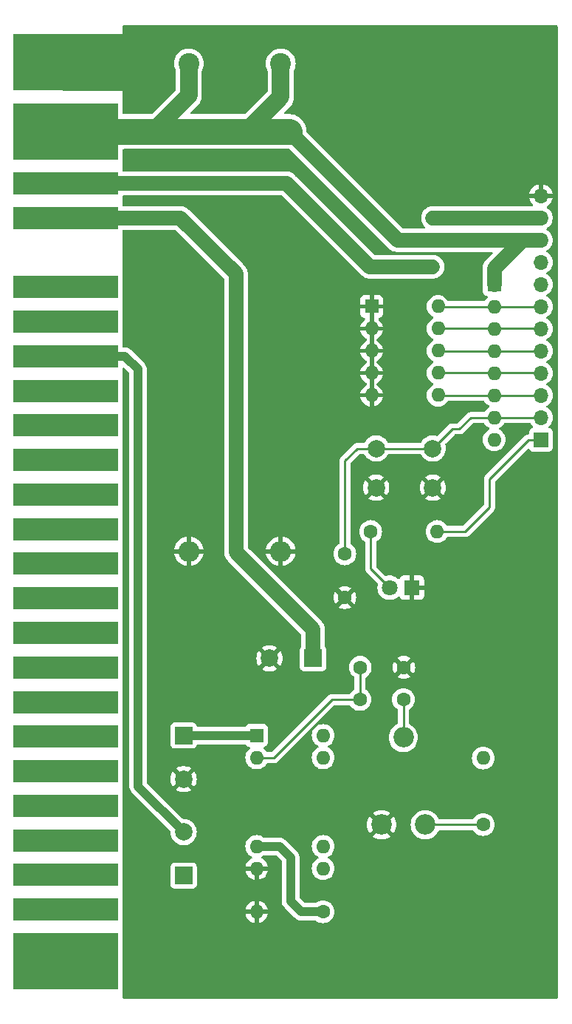
<source format=gbr>
%TF.GenerationSoftware,KiCad,Pcbnew,8.0.7*%
%TF.CreationDate,2025-03-21T14:51:30-04:00*%
%TF.ProjectId,TRS2-Voice-Tester,54525332-2d56-46f6-9963-652d54657374,rev?*%
%TF.SameCoordinates,Original*%
%TF.FileFunction,Copper,L1,Top*%
%TF.FilePolarity,Positive*%
%FSLAX46Y46*%
G04 Gerber Fmt 4.6, Leading zero omitted, Abs format (unit mm)*
G04 Created by KiCad (PCBNEW 8.0.7) date 2025-03-21 14:51:30*
%MOMM*%
%LPD*%
G01*
G04 APERTURE LIST*
%TA.AperFunction,ComponentPad*%
%ADD10C,1.600000*%
%TD*%
%TA.AperFunction,ComponentPad*%
%ADD11O,1.600000X1.600000*%
%TD*%
%TA.AperFunction,ComponentPad*%
%ADD12R,1.600000X1.600000*%
%TD*%
%TA.AperFunction,ComponentPad*%
%ADD13C,2.000000*%
%TD*%
%TA.AperFunction,ComponentPad*%
%ADD14C,2.400000*%
%TD*%
%TA.AperFunction,ComponentPad*%
%ADD15O,2.400000X2.400000*%
%TD*%
%TA.AperFunction,ComponentPad*%
%ADD16R,1.700000X1.700000*%
%TD*%
%TA.AperFunction,ComponentPad*%
%ADD17O,1.700000X1.700000*%
%TD*%
%TA.AperFunction,SMDPad,CuDef*%
%ADD18R,12.000000X6.500000*%
%TD*%
%TA.AperFunction,SMDPad,CuDef*%
%ADD19R,12.000000X2.540000*%
%TD*%
%TA.AperFunction,ComponentPad*%
%ADD20R,2.000000X2.000000*%
%TD*%
%TA.AperFunction,ComponentPad*%
%ADD21C,2.340000*%
%TD*%
%TA.AperFunction,ComponentPad*%
%ADD22R,1.800000X1.800000*%
%TD*%
%TA.AperFunction,ComponentPad*%
%ADD23C,1.800000*%
%TD*%
%TA.AperFunction,ViaPad*%
%ADD24C,0.800000*%
%TD*%
%TA.AperFunction,Conductor*%
%ADD25C,1.000000*%
%TD*%
%TA.AperFunction,Conductor*%
%ADD26C,0.250000*%
%TD*%
%TA.AperFunction,Conductor*%
%ADD27C,6.500000*%
%TD*%
%TA.AperFunction,Conductor*%
%ADD28C,1.700000*%
%TD*%
%TA.AperFunction,Conductor*%
%ADD29C,3.000000*%
%TD*%
%TA.AperFunction,Conductor*%
%ADD30C,2.000000*%
%TD*%
G04 APERTURE END LIST*
D10*
%TO.P,R1,1*%
%TO.N,Net-(D1-A)*%
X129460000Y-102040000D03*
D11*
%TO.P,R1,2*%
%TO.N,Net-(J1-Pin_1)*%
X137080000Y-102040000D03*
%TD*%
D12*
%TO.P,U1,1,BYPASS*%
%TO.N,Net-(U1-BYPASS)*%
X116380000Y-125395000D03*
D11*
%TO.P,U1,2,+*%
%TO.N,Net-(U1-+)*%
X116380000Y-127935000D03*
%TO.P,U1,3,GND*%
%TO.N,GND*%
X116380000Y-130475000D03*
%TO.P,U1,4,GND*%
X116380000Y-133015000D03*
%TO.P,U1,5,GND*%
X116380000Y-135555000D03*
%TO.P,U1,6,-*%
%TO.N,Net-(U1--)*%
X116380000Y-138095000D03*
%TO.P,U1,7,GND*%
%TO.N,GND*%
X116380000Y-140635000D03*
%TO.P,U1,8*%
%TO.N,Net-(C1-Pad1)*%
X124000000Y-140635000D03*
%TO.P,U1,9,NC*%
%TO.N,unconnected-(U1-NC-Pad9)*%
X124000000Y-138095000D03*
%TO.P,U1,10,GND*%
%TO.N,GND*%
X124000000Y-135555000D03*
%TO.P,U1,11,GND*%
X124000000Y-133015000D03*
%TO.P,U1,12,GND*%
X124000000Y-130475000D03*
%TO.P,U1,13,NC*%
%TO.N,unconnected-(U1-NC-Pad13)*%
X124000000Y-127935000D03*
%TO.P,U1,14,VS*%
%TO.N,+12V*%
X124000000Y-125395000D03*
%TD*%
D13*
%TO.P,SW1,1,1*%
%TO.N,GND*%
X136590000Y-97030000D03*
X130090000Y-97030000D03*
%TO.P,SW1,2,2*%
%TO.N,Net-(J1-Pin_2)*%
X136590000Y-92530000D03*
X130090000Y-92530000D03*
%TD*%
D10*
%TO.P,R2,1*%
%TO.N,Net-(U1--)*%
X123990000Y-145590000D03*
D11*
%TO.P,R2,2*%
%TO.N,GND*%
X116370000Y-145590000D03*
%TD*%
D10*
%TO.P,R3,1*%
%TO.N,Net-(R3-Pad1)*%
X142370000Y-135600000D03*
D11*
%TO.P,R3,2*%
%TO.N,Net-(J1-Pin_9)*%
X142370000Y-127980000D03*
%TD*%
D14*
%TO.P,R5,1*%
%TO.N,+5V*%
X108590000Y-48430000D03*
D15*
%TO.P,R5,2*%
%TO.N,GND*%
X108590000Y-104310000D03*
%TD*%
D16*
%TO.P,J1,1,Pin_1*%
%TO.N,Net-(J1-Pin_1)*%
X148980000Y-91530000D03*
D17*
%TO.P,J1,2,Pin_2*%
%TO.N,Net-(J1-Pin_2)*%
X148980000Y-88990000D03*
%TO.P,J1,3,Pin_3*%
%TO.N,Net-(J1-Pin_3)*%
X148980000Y-86450000D03*
%TO.P,J1,4,Pin_4*%
%TO.N,Net-(J1-Pin_4)*%
X148980000Y-83910000D03*
%TO.P,J1,5,Pin_5*%
%TO.N,Net-(J1-Pin_5)*%
X148980000Y-81370000D03*
%TO.P,J1,6,Pin_6*%
%TO.N,Net-(J1-Pin_6)*%
X148980000Y-78830000D03*
%TO.P,J1,7,Pin_7*%
%TO.N,Net-(J1-Pin_7)*%
X148980000Y-76290000D03*
%TO.P,J1,8,Pin_8*%
%TO.N,unconnected-(J1-Pin_8-Pad8)*%
X148980000Y-73750000D03*
%TO.P,J1,9,Pin_9*%
%TO.N,Net-(J1-Pin_9)*%
X148980000Y-71210000D03*
%TO.P,J1,10,Pin_10*%
%TO.N,+5V*%
X148980000Y-68670000D03*
%TO.P,J1,11,Pin_11*%
%TO.N,-5V*%
X148980000Y-66130000D03*
%TO.P,J1,12,Pin_12*%
%TO.N,GND*%
X148980000Y-63590000D03*
%TD*%
D18*
%TO.P,J2,1,Pin_1*%
%TO.N,GND*%
X94500000Y-48310000D03*
%TO.P,J2,3,Pin_3*%
%TO.N,+5V*%
X94500000Y-56230000D03*
D19*
%TO.P,J2,5,Pin_5*%
%TO.N,-5V*%
X94500000Y-62170000D03*
%TO.P,J2,6,Pin_6*%
%TO.N,+12V*%
X94500000Y-66130000D03*
%TO.P,J2,8,Pin_8*%
%TO.N,unconnected-(J2-Pin_8-Pad8)*%
X94500000Y-74050000D03*
%TO.P,J2,9,Pin_9*%
%TO.N,unconnected-(J2-Pin_9-Pad9)*%
X94500000Y-78010000D03*
%TO.P,J2,10,Pin_10*%
%TO.N,Net-(J2-Pin_10)*%
X94500000Y-81970000D03*
%TO.P,J2,11,Pin_11*%
%TO.N,unconnected-(J2-Pin_11-Pad11)*%
X94500000Y-85930000D03*
%TO.P,J2,12,Pin_12*%
%TO.N,unconnected-(J2-Pin_12-Pad12)*%
X94500000Y-89890000D03*
%TO.P,J2,13,Pin_13*%
%TO.N,unconnected-(J2-Pin_13-Pad13)*%
X94500000Y-93850000D03*
%TO.P,J2,14,Pin_14*%
%TO.N,unconnected-(J2-Pin_14-Pad14)*%
X94500000Y-97810000D03*
%TO.P,J2,15,Pin_15*%
%TO.N,unconnected-(J2-Pin_15-Pad15)*%
X94500000Y-101770000D03*
%TO.P,J2,16,Pin_16*%
%TO.N,unconnected-(J2-Pin_16-Pad16)*%
X94500000Y-105730000D03*
%TO.P,J2,17,Pin_17*%
%TO.N,unconnected-(J2-Pin_17-Pad17)*%
X94500000Y-109690000D03*
%TO.P,J2,18,Pin_18*%
%TO.N,unconnected-(J2-Pin_18-Pad18)*%
X94500000Y-113650000D03*
%TO.P,J2,19,Pin_19*%
%TO.N,unconnected-(J2-Pin_19-Pad19)*%
X94500000Y-117610000D03*
%TO.P,J2,20,Pin_20*%
%TO.N,unconnected-(J2-Pin_20-Pad20)*%
X94500000Y-121570000D03*
%TO.P,J2,21,Pin_21*%
%TO.N,unconnected-(J2-Pin_21-Pad21)*%
X94500000Y-125530000D03*
%TO.P,J2,22,Pin_22*%
%TO.N,unconnected-(J2-Pin_22-Pad22)*%
X94500000Y-129490000D03*
%TO.P,J2,23,Pin_23*%
%TO.N,unconnected-(J2-Pin_23-Pad23)*%
X94500000Y-133450000D03*
%TO.P,J2,24,Pin_24*%
%TO.N,unconnected-(J2-Pin_24-Pad24)*%
X94500000Y-137410000D03*
%TO.P,J2,25,Pin_25*%
%TO.N,unconnected-(J2-Pin_25-Pad25)*%
X94500000Y-141370000D03*
%TO.P,J2,26,Pin_26*%
%TO.N,unconnected-(J2-Pin_26-Pad26)*%
X94500000Y-145330000D03*
D18*
%TO.P,J2,27,Pin_27*%
%TO.N,unconnected-(J2-Pin_27-Pad27)*%
X94500000Y-151270000D03*
%TD*%
D20*
%TO.P,C3,1*%
%TO.N,+12V*%
X122850000Y-116565000D03*
D13*
%TO.P,C3,2*%
%TO.N,GND*%
X117850000Y-116565000D03*
%TD*%
D21*
%TO.P,RV1,1,1*%
%TO.N,Net-(R3-Pad1)*%
X135710000Y-135620000D03*
%TO.P,RV1,2,2*%
%TO.N,Net-(C5-Pad1)*%
X133210000Y-125620000D03*
%TO.P,RV1,3,3*%
%TO.N,GND*%
X130710000Y-135620000D03*
%TD*%
D12*
%TO.P,RN1,1,common*%
%TO.N,+5V*%
X143630000Y-73750000D03*
D11*
%TO.P,RN1,2,R1*%
%TO.N,Net-(J1-Pin_7)*%
X143630000Y-76290000D03*
%TO.P,RN1,3,R2*%
%TO.N,Net-(J1-Pin_6)*%
X143630000Y-78830000D03*
%TO.P,RN1,4,R3*%
%TO.N,Net-(J1-Pin_5)*%
X143630000Y-81370000D03*
%TO.P,RN1,5,R4*%
%TO.N,Net-(J1-Pin_4)*%
X143630000Y-83910000D03*
%TO.P,RN1,6,R5*%
%TO.N,Net-(J1-Pin_3)*%
X143630000Y-86450000D03*
%TO.P,RN1,7,R6*%
%TO.N,Net-(J1-Pin_2)*%
X143630000Y-88990000D03*
%TO.P,RN1,8,R7*%
%TO.N,unconnected-(RN1-R7-Pad8)*%
X143630000Y-91530000D03*
%TD*%
D20*
%TO.P,C1,1*%
%TO.N,Net-(C1-Pad1)*%
X108000000Y-141457677D03*
D13*
%TO.P,C1,2*%
%TO.N,Net-(J2-Pin_10)*%
X108000000Y-136457677D03*
%TD*%
D10*
%TO.P,C4,1*%
%TO.N,GND*%
X133260000Y-117600000D03*
%TO.P,C4,2*%
%TO.N,Net-(U1-+)*%
X128260000Y-117600000D03*
%TD*%
%TO.P,C6,1*%
%TO.N,Net-(J1-Pin_2)*%
X126490000Y-104600000D03*
%TO.P,C6,2*%
%TO.N,GND*%
X126490000Y-109600000D03*
%TD*%
D12*
%TO.P,SW2,1*%
%TO.N,GND*%
X129572500Y-76265000D03*
D11*
%TO.P,SW2,2*%
X129572500Y-78805000D03*
%TO.P,SW2,3*%
X129572500Y-81345000D03*
%TO.P,SW2,4*%
X129572500Y-83885000D03*
%TO.P,SW2,5*%
X129572500Y-86425000D03*
%TO.P,SW2,6*%
%TO.N,Net-(J1-Pin_3)*%
X137192500Y-86425000D03*
%TO.P,SW2,7*%
%TO.N,Net-(J1-Pin_4)*%
X137192500Y-83885000D03*
%TO.P,SW2,8*%
%TO.N,Net-(J1-Pin_5)*%
X137192500Y-81345000D03*
%TO.P,SW2,9*%
%TO.N,Net-(J1-Pin_6)*%
X137192500Y-78805000D03*
%TO.P,SW2,10*%
%TO.N,Net-(J1-Pin_7)*%
X137192500Y-76265000D03*
%TD*%
D14*
%TO.P,R4,1*%
%TO.N,+5V*%
X119140000Y-48430000D03*
D15*
%TO.P,R4,2*%
%TO.N,GND*%
X119140000Y-104310000D03*
%TD*%
D22*
%TO.P,D1,1,K*%
%TO.N,GND*%
X134180000Y-108480000D03*
D23*
%TO.P,D1,2,A*%
%TO.N,Net-(D1-A)*%
X131640000Y-108480000D03*
%TD*%
D20*
%TO.P,C2,1*%
%TO.N,Net-(U1-BYPASS)*%
X108000000Y-125392323D03*
D13*
%TO.P,C2,2*%
%TO.N,GND*%
X108000000Y-130392323D03*
%TD*%
D10*
%TO.P,C5,1*%
%TO.N,Net-(C5-Pad1)*%
X133220000Y-121280000D03*
%TO.P,C5,2*%
%TO.N,Net-(U1-+)*%
X128220000Y-121280000D03*
%TD*%
D24*
%TO.N,GND*%
X103030000Y-48310000D03*
X103030000Y-49810000D03*
X103030000Y-46810000D03*
%TO.N,+12V*%
X101570000Y-66130000D03*
%TO.N,+5V*%
X101950000Y-55430000D03*
X101950000Y-57040000D03*
X101950000Y-56230000D03*
%TO.N,-5V*%
X136520000Y-65720000D03*
X136560000Y-71320000D03*
X136570000Y-72160000D03*
X136530000Y-66560000D03*
X101520000Y-62170000D03*
%TD*%
D25*
%TO.N,Net-(J2-Pin_10)*%
X102770000Y-131227677D02*
X102770000Y-83460000D01*
X108000000Y-136457677D02*
X102770000Y-131227677D01*
X102770000Y-83460000D02*
X101280000Y-81970000D01*
X101280000Y-81970000D02*
X94500000Y-81970000D01*
D26*
%TO.N,Net-(U1-BYPASS)*%
X108002677Y-125395000D02*
X108000000Y-125392323D01*
D25*
X116380000Y-125395000D02*
X108002677Y-125395000D01*
D26*
%TO.N,GND*%
X103030000Y-48310000D02*
X103080000Y-48260000D01*
D27*
X94500000Y-48310000D02*
X103030000Y-48310000D01*
D28*
%TO.N,+12V*%
X122850000Y-113260000D02*
X122850000Y-116565000D01*
X114010000Y-72520000D02*
X114010000Y-104420000D01*
X114010000Y-104420000D02*
X122850000Y-113260000D01*
X94500000Y-66130000D02*
X101570000Y-66130000D01*
X101570000Y-66130000D02*
X107620000Y-66130000D01*
X107620000Y-66130000D02*
X114010000Y-72520000D01*
D26*
%TO.N,Net-(U1-+)*%
X118375000Y-127935000D02*
X125030000Y-121280000D01*
X128220000Y-121280000D02*
X128220000Y-117640000D01*
X116380000Y-127935000D02*
X118375000Y-127935000D01*
X128220000Y-117640000D02*
X128260000Y-117600000D01*
X125030000Y-121280000D02*
X128220000Y-121280000D01*
%TO.N,Net-(C5-Pad1)*%
X133210000Y-121290000D02*
X133220000Y-121280000D01*
X133210000Y-125620000D02*
X133210000Y-121290000D01*
%TO.N,Net-(D1-A)*%
X131640000Y-108480000D02*
X129460000Y-106300000D01*
X129460000Y-106300000D02*
X129460000Y-102040000D01*
%TO.N,Net-(J1-Pin_1)*%
X140290000Y-102040000D02*
X143090000Y-99240000D01*
X137080000Y-102040000D02*
X140290000Y-102040000D01*
X143090000Y-99240000D02*
X143090000Y-96030000D01*
X143090000Y-96030000D02*
X147590000Y-91530000D01*
X147590000Y-91530000D02*
X148980000Y-91530000D01*
%TO.N,Net-(J1-Pin_2)*%
X136590000Y-92530000D02*
X130090000Y-92530000D01*
X127920000Y-92530000D02*
X130090000Y-92530000D01*
X138840000Y-90280000D02*
X136590000Y-92530000D01*
X126490000Y-93960000D02*
X127920000Y-92530000D01*
X148980000Y-88990000D02*
X140930000Y-88990000D01*
X126490000Y-104600000D02*
X126490000Y-93960000D01*
X139640000Y-90280000D02*
X138840000Y-90280000D01*
X140930000Y-88990000D02*
X139640000Y-90280000D01*
%TO.N,Net-(J1-Pin_3)*%
X137217500Y-86450000D02*
X137192500Y-86425000D01*
X148980000Y-86450000D02*
X137217500Y-86450000D01*
%TO.N,Net-(J1-Pin_4)*%
X137192500Y-83885000D02*
X148955000Y-83885000D01*
X148955000Y-83885000D02*
X148980000Y-83910000D01*
%TO.N,Net-(J1-Pin_5)*%
X137217500Y-81370000D02*
X137192500Y-81345000D01*
X148980000Y-81370000D02*
X137217500Y-81370000D01*
%TO.N,Net-(J1-Pin_6)*%
X137192500Y-78805000D02*
X148955000Y-78805000D01*
X148955000Y-78805000D02*
X148980000Y-78830000D01*
%TO.N,Net-(J1-Pin_7)*%
X148980000Y-76290000D02*
X137217500Y-76290000D01*
X137217500Y-76290000D02*
X137192500Y-76265000D01*
D29*
%TO.N,+5V*%
X115200000Y-56230000D02*
X104490000Y-56230000D01*
X104490000Y-56230000D02*
X94500000Y-56230000D01*
D30*
X119140000Y-52290000D02*
X115200000Y-56230000D01*
D29*
X120090000Y-56230000D02*
X115200000Y-56230000D01*
D28*
X148980000Y-68670000D02*
X146900000Y-68670000D01*
X148980000Y-68670000D02*
X132530000Y-68670000D01*
D30*
X108590000Y-52130000D02*
X104490000Y-56230000D01*
X119140000Y-48430000D02*
X119140000Y-52290000D01*
D28*
X143630000Y-71940000D02*
X143630000Y-73750000D01*
X146900000Y-68670000D02*
X143630000Y-71940000D01*
X132530000Y-68670000D02*
X120090000Y-56230000D01*
D30*
X108590000Y-48430000D02*
X108590000Y-52130000D01*
D28*
%TO.N,-5V*%
X129350000Y-71720000D02*
X136570000Y-71720000D01*
X101520000Y-62170000D02*
X119800000Y-62170000D01*
X119800000Y-62170000D02*
X129350000Y-71720000D01*
X94500000Y-62170000D02*
X101520000Y-62170000D01*
X136590000Y-66130000D02*
X148990000Y-66130000D01*
D25*
%TO.N,Net-(U1--)*%
X120280000Y-144380000D02*
X120280000Y-139370000D01*
X121490000Y-145590000D02*
X120280000Y-144380000D01*
X119005000Y-138095000D02*
X116380000Y-138095000D01*
X120280000Y-139370000D02*
X119005000Y-138095000D01*
X123990000Y-145590000D02*
X121490000Y-145590000D01*
D26*
%TO.N,Net-(R3-Pad1)*%
X135710000Y-135620000D02*
X142350000Y-135620000D01*
X142350000Y-135620000D02*
X142370000Y-135600000D01*
%TD*%
%TA.AperFunction,Conductor*%
%TO.N,GND*%
G36*
X129822500Y-86109314D02*
G01*
X129818106Y-86104920D01*
X129726894Y-86052259D01*
X129625161Y-86025000D01*
X129519839Y-86025000D01*
X129418106Y-86052259D01*
X129326894Y-86104920D01*
X129322500Y-86109314D01*
X129322500Y-84200686D01*
X129326894Y-84205080D01*
X129418106Y-84257741D01*
X129519839Y-84285000D01*
X129625161Y-84285000D01*
X129726894Y-84257741D01*
X129818106Y-84205080D01*
X129822500Y-84200686D01*
X129822500Y-86109314D01*
G37*
%TD.AperFunction*%
%TA.AperFunction,Conductor*%
G36*
X129822500Y-83569314D02*
G01*
X129818106Y-83564920D01*
X129726894Y-83512259D01*
X129625161Y-83485000D01*
X129519839Y-83485000D01*
X129418106Y-83512259D01*
X129326894Y-83564920D01*
X129322500Y-83569314D01*
X129322500Y-81660686D01*
X129326894Y-81665080D01*
X129418106Y-81717741D01*
X129519839Y-81745000D01*
X129625161Y-81745000D01*
X129726894Y-81717741D01*
X129818106Y-81665080D01*
X129822500Y-81660686D01*
X129822500Y-83569314D01*
G37*
%TD.AperFunction*%
%TA.AperFunction,Conductor*%
G36*
X129822500Y-81029314D02*
G01*
X129818106Y-81024920D01*
X129726894Y-80972259D01*
X129625161Y-80945000D01*
X129519839Y-80945000D01*
X129418106Y-80972259D01*
X129326894Y-81024920D01*
X129322500Y-81029314D01*
X129322500Y-79120686D01*
X129326894Y-79125080D01*
X129418106Y-79177741D01*
X129519839Y-79205000D01*
X129625161Y-79205000D01*
X129726894Y-79177741D01*
X129818106Y-79125080D01*
X129822500Y-79120686D01*
X129822500Y-81029314D01*
G37*
%TD.AperFunction*%
%TA.AperFunction,Conductor*%
G36*
X129822500Y-78489314D02*
G01*
X129818106Y-78484920D01*
X129726894Y-78432259D01*
X129625161Y-78405000D01*
X129519839Y-78405000D01*
X129418106Y-78432259D01*
X129326894Y-78484920D01*
X129322500Y-78489314D01*
X129322500Y-76580686D01*
X129326894Y-76585080D01*
X129418106Y-76637741D01*
X129519839Y-76665000D01*
X129625161Y-76665000D01*
X129726894Y-76637741D01*
X129818106Y-76585080D01*
X129822500Y-76580686D01*
X129822500Y-78489314D01*
G37*
%TD.AperFunction*%
%TA.AperFunction,Conductor*%
G36*
X150852539Y-44080185D02*
G01*
X150898294Y-44132989D01*
X150909500Y-44184500D01*
X150909500Y-155395500D01*
X150889815Y-155462539D01*
X150837011Y-155508294D01*
X150785500Y-155519500D01*
X101124000Y-155519500D01*
X101056961Y-155499815D01*
X101011206Y-155447011D01*
X101000000Y-155395500D01*
X101000000Y-154579167D01*
X101000427Y-154571188D01*
X101000322Y-154571183D01*
X101000497Y-154567898D01*
X101000500Y-154567873D01*
X101000499Y-147972128D01*
X101000498Y-147972127D01*
X101000321Y-147968804D01*
X101000426Y-147968798D01*
X101000000Y-147960836D01*
X101000000Y-146659167D01*
X101000427Y-146651188D01*
X101000322Y-146651183D01*
X101000497Y-146647898D01*
X101000500Y-146647873D01*
X101000500Y-145339999D01*
X115091127Y-145339999D01*
X115091128Y-145340000D01*
X116054314Y-145340000D01*
X116049920Y-145344394D01*
X115997259Y-145435606D01*
X115970000Y-145537339D01*
X115970000Y-145642661D01*
X115997259Y-145744394D01*
X116049920Y-145835606D01*
X116054314Y-145840000D01*
X115091128Y-145840000D01*
X115143730Y-146036317D01*
X115143734Y-146036326D01*
X115239865Y-146242482D01*
X115370342Y-146428820D01*
X115531179Y-146589657D01*
X115717517Y-146720134D01*
X115923673Y-146816265D01*
X115923682Y-146816269D01*
X116119999Y-146868872D01*
X116120000Y-146868871D01*
X116120000Y-145905686D01*
X116124394Y-145910080D01*
X116215606Y-145962741D01*
X116317339Y-145990000D01*
X116422661Y-145990000D01*
X116524394Y-145962741D01*
X116615606Y-145910080D01*
X116620000Y-145905686D01*
X116620000Y-146868872D01*
X116816317Y-146816269D01*
X116816326Y-146816265D01*
X117022482Y-146720134D01*
X117208820Y-146589657D01*
X117369657Y-146428820D01*
X117500134Y-146242482D01*
X117596265Y-146036326D01*
X117596269Y-146036317D01*
X117648872Y-145840000D01*
X116685686Y-145840000D01*
X116690080Y-145835606D01*
X116742741Y-145744394D01*
X116770000Y-145642661D01*
X116770000Y-145537339D01*
X116742741Y-145435606D01*
X116690080Y-145344394D01*
X116685686Y-145340000D01*
X117648872Y-145340000D01*
X117648872Y-145339999D01*
X117596269Y-145143682D01*
X117596265Y-145143673D01*
X117500134Y-144937517D01*
X117369657Y-144751179D01*
X117208820Y-144590342D01*
X117022482Y-144459865D01*
X116816328Y-144363734D01*
X116620000Y-144311127D01*
X116620000Y-145274314D01*
X116615606Y-145269920D01*
X116524394Y-145217259D01*
X116422661Y-145190000D01*
X116317339Y-145190000D01*
X116215606Y-145217259D01*
X116124394Y-145269920D01*
X116120000Y-145274314D01*
X116120000Y-144311127D01*
X115923671Y-144363734D01*
X115717517Y-144459865D01*
X115531179Y-144590342D01*
X115370342Y-144751179D01*
X115239865Y-144937517D01*
X115143734Y-145143673D01*
X115143730Y-145143682D01*
X115091127Y-145339999D01*
X101000500Y-145339999D01*
X101000499Y-144012128D01*
X101000498Y-144012127D01*
X101000321Y-144008804D01*
X101000426Y-144008798D01*
X101000000Y-144000836D01*
X101000000Y-142699167D01*
X101000427Y-142691188D01*
X101000322Y-142691183D01*
X101000497Y-142687898D01*
X101000500Y-142687873D01*
X101000499Y-140409812D01*
X106499500Y-140409812D01*
X106499500Y-142505547D01*
X106499501Y-142505553D01*
X106505908Y-142565160D01*
X106556202Y-142700005D01*
X106556206Y-142700012D01*
X106642452Y-142815221D01*
X106642455Y-142815224D01*
X106757664Y-142901470D01*
X106757671Y-142901474D01*
X106892517Y-142951768D01*
X106892516Y-142951768D01*
X106899444Y-142952512D01*
X106952127Y-142958177D01*
X109047872Y-142958176D01*
X109107483Y-142951768D01*
X109242331Y-142901473D01*
X109357546Y-142815223D01*
X109443796Y-142700008D01*
X109494091Y-142565160D01*
X109500500Y-142505550D01*
X109500499Y-140409805D01*
X109494091Y-140350194D01*
X109461293Y-140262259D01*
X109443797Y-140215348D01*
X109443793Y-140215341D01*
X109357547Y-140100132D01*
X109357544Y-140100129D01*
X109242335Y-140013883D01*
X109242328Y-140013879D01*
X109107482Y-139963585D01*
X109107483Y-139963585D01*
X109047883Y-139957178D01*
X109047881Y-139957177D01*
X109047873Y-139957177D01*
X109047864Y-139957177D01*
X106952129Y-139957177D01*
X106952123Y-139957178D01*
X106892516Y-139963585D01*
X106757671Y-140013879D01*
X106757664Y-140013883D01*
X106642455Y-140100129D01*
X106642452Y-140100132D01*
X106556206Y-140215341D01*
X106556202Y-140215348D01*
X106505908Y-140350194D01*
X106501694Y-140389394D01*
X106499501Y-140409800D01*
X106499500Y-140409812D01*
X101000499Y-140409812D01*
X101000499Y-140052128D01*
X101000498Y-140052127D01*
X101000321Y-140048804D01*
X101000426Y-140048798D01*
X101000000Y-140040836D01*
X101000000Y-138739167D01*
X101000427Y-138731188D01*
X101000322Y-138731183D01*
X101000497Y-138727898D01*
X101000500Y-138727873D01*
X101000499Y-136092128D01*
X101000498Y-136092127D01*
X101000321Y-136088804D01*
X101000426Y-136088798D01*
X101000000Y-136080836D01*
X101000000Y-134779167D01*
X101000427Y-134771188D01*
X101000322Y-134771183D01*
X101000497Y-134767898D01*
X101000500Y-134767873D01*
X101000499Y-132132128D01*
X101000498Y-132132127D01*
X101000321Y-132128804D01*
X101000426Y-132128798D01*
X101000000Y-132120836D01*
X101000000Y-130819167D01*
X101000427Y-130811188D01*
X101000322Y-130811183D01*
X101000497Y-130807898D01*
X101000500Y-130807873D01*
X101000499Y-128172128D01*
X101000498Y-128172127D01*
X101000321Y-128168804D01*
X101000426Y-128168798D01*
X101000000Y-128160836D01*
X101000000Y-126859167D01*
X101000427Y-126851188D01*
X101000322Y-126851183D01*
X101000497Y-126847898D01*
X101000500Y-126847873D01*
X101000499Y-124212128D01*
X101000498Y-124212127D01*
X101000321Y-124208804D01*
X101000426Y-124208798D01*
X101000000Y-124200836D01*
X101000000Y-122899167D01*
X101000427Y-122891188D01*
X101000322Y-122891183D01*
X101000497Y-122887898D01*
X101000500Y-122887873D01*
X101000499Y-120252128D01*
X101000498Y-120252127D01*
X101000321Y-120248804D01*
X101000426Y-120248798D01*
X101000000Y-120240836D01*
X101000000Y-118939167D01*
X101000427Y-118931188D01*
X101000322Y-118931183D01*
X101000497Y-118927898D01*
X101000500Y-118927873D01*
X101000499Y-116292128D01*
X101000498Y-116292127D01*
X101000321Y-116288804D01*
X101000426Y-116288798D01*
X101000000Y-116280836D01*
X101000000Y-114979167D01*
X101000427Y-114971188D01*
X101000322Y-114971183D01*
X101000497Y-114967898D01*
X101000500Y-114967873D01*
X101000499Y-112332128D01*
X101000498Y-112332127D01*
X101000321Y-112328804D01*
X101000426Y-112328798D01*
X101000000Y-112320836D01*
X101000000Y-111019167D01*
X101000427Y-111011188D01*
X101000322Y-111011183D01*
X101000497Y-111007898D01*
X101000500Y-111007873D01*
X101000499Y-108372128D01*
X101000498Y-108372127D01*
X101000321Y-108368804D01*
X101000426Y-108368798D01*
X101000000Y-108360836D01*
X101000000Y-107059167D01*
X101000427Y-107051188D01*
X101000322Y-107051183D01*
X101000497Y-107047898D01*
X101000500Y-107047873D01*
X101000499Y-104412128D01*
X101000498Y-104412127D01*
X101000321Y-104408804D01*
X101000426Y-104408798D01*
X101000000Y-104400836D01*
X101000000Y-103099167D01*
X101000427Y-103091188D01*
X101000322Y-103091183D01*
X101000497Y-103087898D01*
X101000500Y-103087873D01*
X101000499Y-100452128D01*
X101000498Y-100452127D01*
X101000321Y-100448804D01*
X101000426Y-100448798D01*
X101000000Y-100440836D01*
X101000000Y-99139167D01*
X101000427Y-99131188D01*
X101000322Y-99131183D01*
X101000497Y-99127898D01*
X101000500Y-99127873D01*
X101000499Y-96492128D01*
X101000498Y-96492127D01*
X101000321Y-96488804D01*
X101000426Y-96488798D01*
X101000000Y-96480836D01*
X101000000Y-95179167D01*
X101000427Y-95171188D01*
X101000322Y-95171183D01*
X101000497Y-95167898D01*
X101000500Y-95167873D01*
X101000499Y-92532128D01*
X101000498Y-92532127D01*
X101000321Y-92528804D01*
X101000426Y-92528798D01*
X101000000Y-92520836D01*
X101000000Y-91219167D01*
X101000427Y-91211188D01*
X101000322Y-91211183D01*
X101000497Y-91207898D01*
X101000500Y-91207873D01*
X101000499Y-88572128D01*
X101000498Y-88572127D01*
X101000321Y-88568804D01*
X101000426Y-88568798D01*
X101000000Y-88560836D01*
X101000000Y-87259167D01*
X101000427Y-87251188D01*
X101000322Y-87251183D01*
X101000497Y-87247898D01*
X101000500Y-87247873D01*
X101000499Y-84612128D01*
X101000498Y-84612127D01*
X101000321Y-84608804D01*
X101000426Y-84608798D01*
X101000000Y-84600836D01*
X101000000Y-83404282D01*
X101019685Y-83337243D01*
X101072489Y-83291488D01*
X101141647Y-83281544D01*
X101205203Y-83310569D01*
X101211681Y-83316601D01*
X101733181Y-83838101D01*
X101766666Y-83899424D01*
X101769500Y-83925782D01*
X101769500Y-131326218D01*
X101769500Y-131326220D01*
X101769499Y-131326220D01*
X101807947Y-131519506D01*
X101807950Y-131519516D01*
X101883364Y-131701584D01*
X101883371Y-131701597D01*
X101992860Y-131865458D01*
X101992863Y-131865462D01*
X102136537Y-132009136D01*
X102136559Y-132009156D01*
X106460657Y-136333254D01*
X106494142Y-136394577D01*
X106496553Y-136431172D01*
X106494358Y-136457671D01*
X106494357Y-136457679D01*
X106494357Y-136457682D01*
X106514890Y-136705489D01*
X106514892Y-136705501D01*
X106575936Y-136946558D01*
X106675826Y-137174283D01*
X106811833Y-137382459D01*
X106811836Y-137382462D01*
X106980256Y-137565415D01*
X107176491Y-137718151D01*
X107395190Y-137836505D01*
X107630386Y-137917248D01*
X107875665Y-137958177D01*
X108124335Y-137958177D01*
X108369614Y-137917248D01*
X108604810Y-137836505D01*
X108823509Y-137718151D01*
X109019744Y-137565415D01*
X109188164Y-137382462D01*
X109324173Y-137174284D01*
X109424063Y-136946558D01*
X109485108Y-136705498D01*
X109485109Y-136705489D01*
X109505643Y-136457682D01*
X109505643Y-136457671D01*
X109485109Y-136209864D01*
X109485107Y-136209852D01*
X109424063Y-135968795D01*
X109324173Y-135741070D01*
X109188166Y-135532894D01*
X109093815Y-135430402D01*
X109019744Y-135349939D01*
X108823509Y-135197203D01*
X108823507Y-135197202D01*
X108823506Y-135197201D01*
X108604811Y-135078849D01*
X108604802Y-135078846D01*
X108369616Y-134998106D01*
X108124335Y-134957177D01*
X107965782Y-134957177D01*
X107898743Y-134937492D01*
X107878101Y-134920858D01*
X103806819Y-130849576D01*
X103773334Y-130788253D01*
X103770500Y-130761895D01*
X103770500Y-130392317D01*
X106494859Y-130392317D01*
X106494859Y-130392328D01*
X106515385Y-130640052D01*
X106515387Y-130640061D01*
X106576412Y-130881040D01*
X106676267Y-131108690D01*
X106776562Y-131262204D01*
X107517037Y-130521731D01*
X107534075Y-130585316D01*
X107599901Y-130699330D01*
X107692993Y-130792422D01*
X107807007Y-130858248D01*
X107870591Y-130875285D01*
X107129943Y-131615932D01*
X107176768Y-131652378D01*
X107176771Y-131652380D01*
X107395385Y-131770687D01*
X107395396Y-131770692D01*
X107630506Y-131851406D01*
X107875707Y-131892323D01*
X108124293Y-131892323D01*
X108369493Y-131851406D01*
X108604603Y-131770692D01*
X108604614Y-131770687D01*
X108823230Y-131652379D01*
X108823236Y-131652374D01*
X108870055Y-131615933D01*
X108870056Y-131615932D01*
X108129408Y-130875285D01*
X108192993Y-130858248D01*
X108307007Y-130792422D01*
X108400099Y-130699330D01*
X108465925Y-130585316D01*
X108482962Y-130521731D01*
X109223435Y-131262205D01*
X109323733Y-131108687D01*
X109423587Y-130881040D01*
X109484612Y-130640061D01*
X109484614Y-130640052D01*
X109505141Y-130392328D01*
X109505141Y-130392317D01*
X109484614Y-130144593D01*
X109484612Y-130144584D01*
X109423587Y-129903605D01*
X109323732Y-129675955D01*
X109223435Y-129522439D01*
X108482962Y-130262913D01*
X108465925Y-130199330D01*
X108400099Y-130085316D01*
X108307007Y-129992224D01*
X108192993Y-129926398D01*
X108129409Y-129909360D01*
X108870055Y-129168712D01*
X108870055Y-129168711D01*
X108823236Y-129132270D01*
X108823231Y-129132267D01*
X108604614Y-129013958D01*
X108604603Y-129013953D01*
X108369493Y-128933239D01*
X108124293Y-128892323D01*
X107875707Y-128892323D01*
X107630506Y-128933239D01*
X107395396Y-129013953D01*
X107395385Y-129013958D01*
X107176770Y-129132266D01*
X107129943Y-129168712D01*
X107870591Y-129909360D01*
X107807007Y-129926398D01*
X107692993Y-129992224D01*
X107599901Y-130085316D01*
X107534075Y-130199330D01*
X107517037Y-130262914D01*
X106776563Y-129522440D01*
X106676267Y-129675956D01*
X106676265Y-129675960D01*
X106576412Y-129903605D01*
X106515387Y-130144584D01*
X106515385Y-130144593D01*
X106494859Y-130392317D01*
X103770500Y-130392317D01*
X103770500Y-124344458D01*
X106499500Y-124344458D01*
X106499500Y-126440193D01*
X106499501Y-126440199D01*
X106505908Y-126499806D01*
X106556202Y-126634651D01*
X106556206Y-126634658D01*
X106642452Y-126749867D01*
X106642455Y-126749870D01*
X106757664Y-126836116D01*
X106757671Y-126836120D01*
X106892517Y-126886414D01*
X106892516Y-126886414D01*
X106899444Y-126887158D01*
X106952127Y-126892823D01*
X109047872Y-126892822D01*
X109107483Y-126886414D01*
X109242331Y-126836119D01*
X109357546Y-126749869D01*
X109443796Y-126634654D01*
X109494091Y-126499806D01*
X109494091Y-126499804D01*
X109495874Y-126492261D01*
X109498894Y-126492974D01*
X109520138Y-126441692D01*
X109577532Y-126401845D01*
X109616688Y-126395500D01*
X115042820Y-126395500D01*
X115109859Y-126415185D01*
X115142085Y-126445187D01*
X115222454Y-126552546D01*
X115268643Y-126587123D01*
X115337664Y-126638793D01*
X115337671Y-126638797D01*
X115382618Y-126655561D01*
X115472517Y-126689091D01*
X115507596Y-126692862D01*
X115572144Y-126719599D01*
X115611993Y-126776991D01*
X115614488Y-126846816D01*
X115578836Y-126906905D01*
X115565464Y-126917725D01*
X115540858Y-126934954D01*
X115379954Y-127095858D01*
X115249432Y-127282265D01*
X115249431Y-127282267D01*
X115153261Y-127488502D01*
X115153258Y-127488511D01*
X115094366Y-127708302D01*
X115094364Y-127708313D01*
X115074532Y-127934998D01*
X115074532Y-127935001D01*
X115094364Y-128161686D01*
X115094366Y-128161697D01*
X115153258Y-128381488D01*
X115153261Y-128381497D01*
X115249431Y-128587732D01*
X115249432Y-128587734D01*
X115379954Y-128774141D01*
X115540858Y-128935045D01*
X115540861Y-128935047D01*
X115727266Y-129065568D01*
X115785865Y-129092893D01*
X115838305Y-129139065D01*
X115855673Y-129200000D01*
X114830000Y-129200000D01*
X114810000Y-136830000D01*
X115856159Y-136830000D01*
X115837242Y-136892589D01*
X115785867Y-136937105D01*
X115765597Y-136946558D01*
X115727264Y-136964433D01*
X115540858Y-137094954D01*
X115379954Y-137255858D01*
X115249432Y-137442265D01*
X115249431Y-137442267D01*
X115153261Y-137648502D01*
X115153258Y-137648511D01*
X115094366Y-137868302D01*
X115094364Y-137868313D01*
X115074532Y-138094998D01*
X115074532Y-138095001D01*
X115094364Y-138321686D01*
X115094366Y-138321697D01*
X115153258Y-138541488D01*
X115153261Y-138541497D01*
X115249431Y-138747732D01*
X115249432Y-138747734D01*
X115379954Y-138934141D01*
X115540858Y-139095045D01*
X115540861Y-139095047D01*
X115727266Y-139225568D01*
X115785865Y-139252893D01*
X115838305Y-139299065D01*
X115857457Y-139366258D01*
X115837242Y-139433139D01*
X115785867Y-139477657D01*
X115727515Y-139504867D01*
X115541179Y-139635342D01*
X115380342Y-139796179D01*
X115249865Y-139982517D01*
X115153734Y-140188673D01*
X115153730Y-140188682D01*
X115101127Y-140384999D01*
X115101128Y-140385000D01*
X116064314Y-140385000D01*
X116059920Y-140389394D01*
X116007259Y-140480606D01*
X115980000Y-140582339D01*
X115980000Y-140687661D01*
X116007259Y-140789394D01*
X116059920Y-140880606D01*
X116064314Y-140885000D01*
X115101128Y-140885000D01*
X115153730Y-141081317D01*
X115153734Y-141081326D01*
X115249865Y-141287482D01*
X115380342Y-141473820D01*
X115541179Y-141634657D01*
X115727517Y-141765134D01*
X115933673Y-141861265D01*
X115933682Y-141861269D01*
X116129999Y-141913872D01*
X116130000Y-141913871D01*
X116130000Y-140950686D01*
X116134394Y-140955080D01*
X116225606Y-141007741D01*
X116327339Y-141035000D01*
X116432661Y-141035000D01*
X116534394Y-141007741D01*
X116625606Y-140955080D01*
X116630000Y-140950686D01*
X116630000Y-141913872D01*
X116826317Y-141861269D01*
X116826326Y-141861265D01*
X117032482Y-141765134D01*
X117218820Y-141634657D01*
X117379657Y-141473820D01*
X117510134Y-141287482D01*
X117606265Y-141081326D01*
X117606269Y-141081317D01*
X117658872Y-140885000D01*
X116695686Y-140885000D01*
X116700080Y-140880606D01*
X116752741Y-140789394D01*
X116780000Y-140687661D01*
X116780000Y-140582339D01*
X116752741Y-140480606D01*
X116700080Y-140389394D01*
X116695686Y-140385000D01*
X117658872Y-140385000D01*
X117658872Y-140384999D01*
X117606269Y-140188682D01*
X117606265Y-140188673D01*
X117510134Y-139982517D01*
X117379657Y-139796179D01*
X117218820Y-139635342D01*
X117032482Y-139504865D01*
X116974133Y-139477657D01*
X116921694Y-139431484D01*
X116902542Y-139364291D01*
X116922758Y-139297410D01*
X116974129Y-139252895D01*
X117032734Y-139225568D01*
X117186465Y-139117924D01*
X117252671Y-139095598D01*
X117257588Y-139095500D01*
X118539218Y-139095500D01*
X118606257Y-139115185D01*
X118626899Y-139131819D01*
X119243181Y-139748101D01*
X119276666Y-139809424D01*
X119279500Y-139835782D01*
X119279500Y-144478541D01*
X119279500Y-144478543D01*
X119279499Y-144478543D01*
X119317947Y-144671829D01*
X119317950Y-144671839D01*
X119393364Y-144853907D01*
X119393371Y-144853920D01*
X119502859Y-145017780D01*
X119502860Y-145017781D01*
X119502861Y-145017782D01*
X119642218Y-145157139D01*
X119642219Y-145157139D01*
X119649286Y-145164206D01*
X119649285Y-145164206D01*
X119649288Y-145164208D01*
X120712860Y-146227781D01*
X120712861Y-146227782D01*
X120852218Y-146367139D01*
X120852219Y-146367140D01*
X121016080Y-146476628D01*
X121016086Y-146476632D01*
X121122745Y-146520811D01*
X121198164Y-146552051D01*
X121387221Y-146589657D01*
X121391454Y-146590499D01*
X121391457Y-146590500D01*
X121391459Y-146590500D01*
X123112412Y-146590500D01*
X123179451Y-146610185D01*
X123183523Y-146612917D01*
X123337266Y-146720568D01*
X123543504Y-146816739D01*
X123763308Y-146875635D01*
X123925230Y-146889801D01*
X123989998Y-146895468D01*
X123990000Y-146895468D01*
X123990002Y-146895468D01*
X124046673Y-146890509D01*
X124216692Y-146875635D01*
X124436496Y-146816739D01*
X124642734Y-146720568D01*
X124829139Y-146590047D01*
X124990047Y-146429139D01*
X125120568Y-146242734D01*
X125216739Y-146036496D01*
X125275635Y-145816692D01*
X125295468Y-145590000D01*
X125275635Y-145363308D01*
X125220393Y-145157140D01*
X125216741Y-145143511D01*
X125216738Y-145143502D01*
X125158113Y-145017782D01*
X125120568Y-144937266D01*
X124990047Y-144750861D01*
X124990045Y-144750858D01*
X124829141Y-144589954D01*
X124642734Y-144459432D01*
X124642732Y-144459431D01*
X124436497Y-144363261D01*
X124436488Y-144363258D01*
X124216697Y-144304366D01*
X124216693Y-144304365D01*
X124216692Y-144304365D01*
X124216691Y-144304364D01*
X124216686Y-144304364D01*
X123990002Y-144284532D01*
X123989998Y-144284532D01*
X123763313Y-144304364D01*
X123763302Y-144304366D01*
X123543511Y-144363258D01*
X123543502Y-144363261D01*
X123337267Y-144459431D01*
X123337265Y-144459432D01*
X123309975Y-144478541D01*
X123203378Y-144553181D01*
X123183535Y-144567075D01*
X123117329Y-144589402D01*
X123112412Y-144589500D01*
X121955783Y-144589500D01*
X121888744Y-144569815D01*
X121868102Y-144553181D01*
X121316819Y-144001898D01*
X121283334Y-143940575D01*
X121280500Y-143914217D01*
X121280500Y-139271456D01*
X121242052Y-139078169D01*
X121242049Y-139078160D01*
X121233306Y-139057054D01*
X121233304Y-139057049D01*
X121193476Y-138960894D01*
X121166635Y-138896093D01*
X121166634Y-138896092D01*
X121166632Y-138896086D01*
X121166628Y-138896080D01*
X121057140Y-138732219D01*
X121052787Y-138727866D01*
X120917782Y-138592861D01*
X120917781Y-138592860D01*
X119789208Y-137464288D01*
X119789206Y-137464285D01*
X119789206Y-137464286D01*
X119782139Y-137457219D01*
X119782139Y-137457218D01*
X119642782Y-137317861D01*
X119642781Y-137317860D01*
X119642780Y-137317859D01*
X119478920Y-137208371D01*
X119478911Y-137208366D01*
X119406315Y-137178296D01*
X119350165Y-137155038D01*
X119296836Y-137132949D01*
X119296832Y-137132948D01*
X119296828Y-137132946D01*
X119200188Y-137113724D01*
X119103544Y-137094500D01*
X119103541Y-137094500D01*
X117257588Y-137094500D01*
X117190549Y-137074815D01*
X117186465Y-137072075D01*
X117184581Y-137070756D01*
X117032734Y-136964432D01*
X116974132Y-136937105D01*
X116921694Y-136890934D01*
X116904326Y-136830000D01*
X123476159Y-136830000D01*
X123457242Y-136892589D01*
X123405867Y-136937105D01*
X123385597Y-136946558D01*
X123347264Y-136964433D01*
X123160858Y-137094954D01*
X122999954Y-137255858D01*
X122869432Y-137442265D01*
X122869431Y-137442267D01*
X122773261Y-137648502D01*
X122773258Y-137648511D01*
X122714366Y-137868302D01*
X122714364Y-137868313D01*
X122694532Y-138094998D01*
X122694532Y-138095001D01*
X122714364Y-138321686D01*
X122714366Y-138321697D01*
X122773258Y-138541488D01*
X122773261Y-138541497D01*
X122869431Y-138747732D01*
X122869432Y-138747734D01*
X122999954Y-138934141D01*
X123160858Y-139095045D01*
X123160861Y-139095047D01*
X123347266Y-139225568D01*
X123405275Y-139252618D01*
X123457714Y-139298791D01*
X123476866Y-139365984D01*
X123456650Y-139432865D01*
X123405275Y-139477382D01*
X123347267Y-139504431D01*
X123347265Y-139504432D01*
X123160858Y-139634954D01*
X122999954Y-139795858D01*
X122869432Y-139982265D01*
X122869431Y-139982267D01*
X122773261Y-140188502D01*
X122773258Y-140188511D01*
X122714366Y-140408302D01*
X122714364Y-140408313D01*
X122694532Y-140634998D01*
X122694532Y-140635001D01*
X122714364Y-140861686D01*
X122714366Y-140861697D01*
X122773258Y-141081488D01*
X122773261Y-141081497D01*
X122869431Y-141287732D01*
X122869432Y-141287734D01*
X122999954Y-141474141D01*
X123160858Y-141635045D01*
X123160861Y-141635047D01*
X123347266Y-141765568D01*
X123553504Y-141861739D01*
X123773308Y-141920635D01*
X123935230Y-141934801D01*
X123999998Y-141940468D01*
X124000000Y-141940468D01*
X124000002Y-141940468D01*
X124056673Y-141935509D01*
X124226692Y-141920635D01*
X124446496Y-141861739D01*
X124652734Y-141765568D01*
X124839139Y-141635047D01*
X125000047Y-141474139D01*
X125130568Y-141287734D01*
X125226739Y-141081496D01*
X125285635Y-140861692D01*
X125305468Y-140635000D01*
X125285635Y-140408308D01*
X125226739Y-140188504D01*
X125130568Y-139982266D01*
X125000047Y-139795861D01*
X125000045Y-139795858D01*
X124839141Y-139634954D01*
X124652734Y-139504432D01*
X124652728Y-139504429D01*
X124594725Y-139477382D01*
X124542285Y-139431210D01*
X124523133Y-139364017D01*
X124543348Y-139297135D01*
X124594725Y-139252618D01*
X124652734Y-139225568D01*
X124839139Y-139095047D01*
X125000047Y-138934139D01*
X125130568Y-138747734D01*
X125226739Y-138541496D01*
X125285635Y-138321692D01*
X125305468Y-138095000D01*
X125285635Y-137868308D01*
X125226739Y-137648504D01*
X125130568Y-137442266D01*
X125000047Y-137255861D01*
X125000045Y-137255858D01*
X124839141Y-137094954D01*
X124652734Y-136964432D01*
X124652732Y-136964431D01*
X124614403Y-136946558D01*
X124594132Y-136937105D01*
X124541694Y-136890934D01*
X124524326Y-136830000D01*
X125470000Y-136830000D01*
X125470000Y-135619995D01*
X129035317Y-135619995D01*
X129035317Y-135620004D01*
X129054021Y-135869597D01*
X129054021Y-135869599D01*
X129109714Y-136113607D01*
X129109720Y-136113626D01*
X129201163Y-136346618D01*
X129326311Y-136563382D01*
X129364800Y-136611645D01*
X130108958Y-135867487D01*
X130133978Y-135927890D01*
X130205112Y-136034351D01*
X130295649Y-136124888D01*
X130402110Y-136196022D01*
X130462510Y-136221041D01*
X129718402Y-136965148D01*
X129872651Y-137070313D01*
X129872664Y-137070320D01*
X130098167Y-137178916D01*
X130098165Y-137178916D01*
X130337346Y-137252694D01*
X130337352Y-137252696D01*
X130584843Y-137289999D01*
X130584852Y-137290000D01*
X130835148Y-137290000D01*
X130835156Y-137289999D01*
X131082647Y-137252696D01*
X131082653Y-137252694D01*
X131321833Y-137178916D01*
X131547334Y-137070322D01*
X131547335Y-137070321D01*
X131701596Y-136965148D01*
X130957488Y-136221041D01*
X131017890Y-136196022D01*
X131124351Y-136124888D01*
X131214888Y-136034351D01*
X131286022Y-135927890D01*
X131311041Y-135867489D01*
X132055198Y-136611646D01*
X132055199Y-136611645D01*
X132093681Y-136563392D01*
X132093688Y-136563381D01*
X132218836Y-136346618D01*
X132310279Y-136113626D01*
X132310285Y-136113607D01*
X132365978Y-135869599D01*
X132365978Y-135869597D01*
X132384683Y-135620004D01*
X132384683Y-135619995D01*
X134034816Y-135619995D01*
X134034816Y-135620004D01*
X134053524Y-135869663D01*
X134053525Y-135869668D01*
X134109236Y-136113755D01*
X134109238Y-136113764D01*
X134109240Y-136113769D01*
X134200711Y-136346835D01*
X134325898Y-136563665D01*
X134438999Y-136705489D01*
X134482006Y-136759418D01*
X134618034Y-136885633D01*
X134665540Y-136929712D01*
X134872408Y-137070752D01*
X134872413Y-137070754D01*
X134872414Y-137070755D01*
X134872415Y-137070756D01*
X134961640Y-137113724D01*
X135097983Y-137179383D01*
X135097984Y-137179383D01*
X135097987Y-137179385D01*
X135337236Y-137253184D01*
X135337237Y-137253184D01*
X135337240Y-137253185D01*
X135584805Y-137290499D01*
X135584810Y-137290499D01*
X135584813Y-137290500D01*
X135584814Y-137290500D01*
X135835186Y-137290500D01*
X135835187Y-137290500D01*
X135835194Y-137290499D01*
X136082759Y-137253185D01*
X136082760Y-137253184D01*
X136082764Y-137253184D01*
X136322013Y-137179385D01*
X136547592Y-137070752D01*
X136754460Y-136929712D01*
X136937997Y-136759414D01*
X137094102Y-136563665D01*
X137219289Y-136346835D01*
X137228173Y-136324196D01*
X137270987Y-136268985D01*
X137336857Y-136245684D01*
X137343601Y-136245500D01*
X141169816Y-136245500D01*
X141236855Y-136265185D01*
X141271391Y-136298377D01*
X141369954Y-136439141D01*
X141530858Y-136600045D01*
X141530861Y-136600047D01*
X141717266Y-136730568D01*
X141923504Y-136826739D01*
X142143308Y-136885635D01*
X142305230Y-136899801D01*
X142369998Y-136905468D01*
X142370000Y-136905468D01*
X142370002Y-136905468D01*
X142426673Y-136900509D01*
X142596692Y-136885635D01*
X142816496Y-136826739D01*
X143022734Y-136730568D01*
X143209139Y-136600047D01*
X143370047Y-136439139D01*
X143500568Y-136252734D01*
X143596739Y-136046496D01*
X143655635Y-135826692D01*
X143675468Y-135600000D01*
X143655635Y-135373308D01*
X143596739Y-135153504D01*
X143500568Y-134947266D01*
X143377278Y-134771188D01*
X143370045Y-134760858D01*
X143209141Y-134599954D01*
X143022734Y-134469432D01*
X143022732Y-134469431D01*
X142816497Y-134373261D01*
X142816488Y-134373258D01*
X142596697Y-134314366D01*
X142596693Y-134314365D01*
X142596692Y-134314365D01*
X142596691Y-134314364D01*
X142596686Y-134314364D01*
X142370002Y-134294532D01*
X142369998Y-134294532D01*
X142143313Y-134314364D01*
X142143302Y-134314366D01*
X141923511Y-134373258D01*
X141923502Y-134373261D01*
X141717267Y-134469431D01*
X141717265Y-134469432D01*
X141530858Y-134599954D01*
X141369954Y-134760858D01*
X141295275Y-134867512D01*
X141243382Y-134941624D01*
X141188808Y-134985248D01*
X141141809Y-134994500D01*
X137343601Y-134994500D01*
X137276562Y-134974815D01*
X137230807Y-134922011D01*
X137228184Y-134915831D01*
X137219289Y-134893165D01*
X137094102Y-134676335D01*
X136937997Y-134480586D01*
X136937996Y-134480585D01*
X136937993Y-134480581D01*
X136754460Y-134310288D01*
X136731350Y-134294532D01*
X136547592Y-134169248D01*
X136547588Y-134169246D01*
X136547585Y-134169244D01*
X136547584Y-134169243D01*
X136322015Y-134060616D01*
X136322017Y-134060616D01*
X136082765Y-133986816D01*
X136082759Y-133986814D01*
X135835194Y-133949500D01*
X135835187Y-133949500D01*
X135584813Y-133949500D01*
X135584805Y-133949500D01*
X135337240Y-133986814D01*
X135337234Y-133986816D01*
X135097983Y-134060616D01*
X134872415Y-134169243D01*
X134872414Y-134169244D01*
X134872408Y-134169247D01*
X134872408Y-134169248D01*
X134867465Y-134172618D01*
X134665539Y-134310288D01*
X134482006Y-134480581D01*
X134325898Y-134676335D01*
X134200711Y-134893164D01*
X134109242Y-135126225D01*
X134109236Y-135126244D01*
X134053525Y-135370331D01*
X134053524Y-135370336D01*
X134034816Y-135619995D01*
X132384683Y-135619995D01*
X132365978Y-135370402D01*
X132365978Y-135370400D01*
X132310285Y-135126392D01*
X132310279Y-135126373D01*
X132218836Y-134893381D01*
X132093685Y-134676613D01*
X132055199Y-134628352D01*
X131311041Y-135372510D01*
X131286022Y-135312110D01*
X131214888Y-135205649D01*
X131124351Y-135115112D01*
X131017890Y-135043978D01*
X130957487Y-135018958D01*
X131701596Y-134274850D01*
X131547342Y-134169682D01*
X131547334Y-134169677D01*
X131321832Y-134061083D01*
X131321834Y-134061083D01*
X131082653Y-133987305D01*
X131082647Y-133987303D01*
X130835156Y-133950000D01*
X130584843Y-133950000D01*
X130337352Y-133987303D01*
X130337346Y-133987305D01*
X130098166Y-134061083D01*
X129872661Y-134169680D01*
X129872660Y-134169681D01*
X129718402Y-134274849D01*
X130462511Y-135018958D01*
X130402110Y-135043978D01*
X130295649Y-135115112D01*
X130205112Y-135205649D01*
X130133978Y-135312110D01*
X130108958Y-135372511D01*
X129364800Y-134628353D01*
X129326308Y-134676621D01*
X129201163Y-134893381D01*
X129109720Y-135126373D01*
X129109714Y-135126392D01*
X129054021Y-135370400D01*
X129054021Y-135370402D01*
X129035317Y-135619995D01*
X125470000Y-135619995D01*
X125470000Y-129200000D01*
X124523839Y-129200000D01*
X124542758Y-129137410D01*
X124594129Y-129092895D01*
X124652734Y-129065568D01*
X124839139Y-128935047D01*
X125000047Y-128774139D01*
X125130568Y-128587734D01*
X125226739Y-128381496D01*
X125285635Y-128161692D01*
X125301531Y-127979998D01*
X141064532Y-127979998D01*
X141064532Y-127980001D01*
X141084364Y-128206686D01*
X141084366Y-128206697D01*
X141143258Y-128426488D01*
X141143261Y-128426497D01*
X141239431Y-128632732D01*
X141239432Y-128632734D01*
X141369954Y-128819141D01*
X141530858Y-128980045D01*
X141530861Y-128980047D01*
X141717266Y-129110568D01*
X141923504Y-129206739D01*
X142143308Y-129265635D01*
X142305230Y-129279801D01*
X142369998Y-129285468D01*
X142370000Y-129285468D01*
X142370002Y-129285468D01*
X142426673Y-129280509D01*
X142596692Y-129265635D01*
X142816496Y-129206739D01*
X143022734Y-129110568D01*
X143209139Y-128980047D01*
X143370047Y-128819139D01*
X143500568Y-128632734D01*
X143596739Y-128426496D01*
X143655635Y-128206692D01*
X143675468Y-127980000D01*
X143655635Y-127753308D01*
X143596739Y-127533504D01*
X143500568Y-127327266D01*
X143370047Y-127140861D01*
X143370045Y-127140858D01*
X143209141Y-126979954D01*
X143022734Y-126849432D01*
X143022732Y-126849431D01*
X142816497Y-126753261D01*
X142816488Y-126753258D01*
X142596697Y-126694366D01*
X142596693Y-126694365D01*
X142596692Y-126694365D01*
X142596691Y-126694364D01*
X142596686Y-126694364D01*
X142370002Y-126674532D01*
X142369998Y-126674532D01*
X142143313Y-126694364D01*
X142143302Y-126694366D01*
X141923511Y-126753258D01*
X141923502Y-126753261D01*
X141717267Y-126849431D01*
X141717265Y-126849432D01*
X141530858Y-126979954D01*
X141369954Y-127140858D01*
X141239432Y-127327265D01*
X141239431Y-127327267D01*
X141143261Y-127533502D01*
X141143258Y-127533511D01*
X141084366Y-127753302D01*
X141084364Y-127753313D01*
X141064532Y-127979998D01*
X125301531Y-127979998D01*
X125305468Y-127935000D01*
X125285635Y-127708308D01*
X125226739Y-127488504D01*
X125130568Y-127282266D01*
X125000047Y-127095861D01*
X125000045Y-127095858D01*
X124839141Y-126934954D01*
X124652734Y-126804432D01*
X124652728Y-126804429D01*
X124594725Y-126777382D01*
X124542285Y-126731210D01*
X124523133Y-126664017D01*
X124543348Y-126597135D01*
X124594725Y-126552618D01*
X124652734Y-126525568D01*
X124839139Y-126395047D01*
X125000047Y-126234139D01*
X125130568Y-126047734D01*
X125226739Y-125841496D01*
X125285635Y-125621692D01*
X125285783Y-125619995D01*
X131534816Y-125619995D01*
X131534816Y-125620004D01*
X131553524Y-125869663D01*
X131553525Y-125869668D01*
X131609236Y-126113755D01*
X131609238Y-126113764D01*
X131609240Y-126113769D01*
X131700711Y-126346835D01*
X131825898Y-126563665D01*
X131906710Y-126665000D01*
X131982006Y-126759418D01*
X132093802Y-126863149D01*
X132165540Y-126929712D01*
X132372408Y-127070752D01*
X132372413Y-127070754D01*
X132372414Y-127070755D01*
X132372415Y-127070756D01*
X132424547Y-127095861D01*
X132597983Y-127179383D01*
X132597984Y-127179383D01*
X132597987Y-127179385D01*
X132837236Y-127253184D01*
X132837237Y-127253184D01*
X132837240Y-127253185D01*
X133084805Y-127290499D01*
X133084810Y-127290499D01*
X133084813Y-127290500D01*
X133084814Y-127290500D01*
X133335186Y-127290500D01*
X133335187Y-127290500D01*
X133389810Y-127282267D01*
X133582759Y-127253185D01*
X133582760Y-127253184D01*
X133582764Y-127253184D01*
X133822013Y-127179385D01*
X134047592Y-127070752D01*
X134254460Y-126929712D01*
X134396895Y-126797550D01*
X134437993Y-126759418D01*
X134437993Y-126759416D01*
X134437997Y-126759414D01*
X134594102Y-126563665D01*
X134719289Y-126346835D01*
X134810760Y-126113769D01*
X134866474Y-125869673D01*
X134866475Y-125869663D01*
X134885184Y-125620004D01*
X134885184Y-125619995D01*
X134866475Y-125370336D01*
X134866474Y-125370331D01*
X134866474Y-125370327D01*
X134810760Y-125126231D01*
X134719289Y-124893165D01*
X134594102Y-124676335D01*
X134437997Y-124480586D01*
X134437996Y-124480585D01*
X134437993Y-124480581D01*
X134254460Y-124310288D01*
X134217139Y-124284843D01*
X134047592Y-124169248D01*
X134047589Y-124169247D01*
X134047587Y-124169245D01*
X133905698Y-124100914D01*
X133853838Y-124054091D01*
X133835500Y-123989194D01*
X133835500Y-122501190D01*
X133855185Y-122434151D01*
X133888377Y-122399615D01*
X133938195Y-122364731D01*
X134059139Y-122280047D01*
X134220047Y-122119139D01*
X134350568Y-121932734D01*
X134446739Y-121726496D01*
X134505635Y-121506692D01*
X134525468Y-121280000D01*
X134505635Y-121053308D01*
X134446739Y-120833504D01*
X134350568Y-120627266D01*
X134220047Y-120440861D01*
X134220045Y-120440858D01*
X134059141Y-120279954D01*
X133872734Y-120149432D01*
X133872732Y-120149431D01*
X133666497Y-120053261D01*
X133666488Y-120053258D01*
X133446697Y-119994366D01*
X133446693Y-119994365D01*
X133446692Y-119994365D01*
X133446691Y-119994364D01*
X133446686Y-119994364D01*
X133220002Y-119974532D01*
X133219998Y-119974532D01*
X132993313Y-119994364D01*
X132993302Y-119994366D01*
X132773511Y-120053258D01*
X132773502Y-120053261D01*
X132567267Y-120149431D01*
X132567265Y-120149432D01*
X132380858Y-120279954D01*
X132219954Y-120440858D01*
X132089432Y-120627265D01*
X132089431Y-120627267D01*
X131993261Y-120833502D01*
X131993258Y-120833511D01*
X131934366Y-121053302D01*
X131934364Y-121053313D01*
X131914532Y-121279998D01*
X131914532Y-121280001D01*
X131934364Y-121506686D01*
X131934366Y-121506697D01*
X131993258Y-121726488D01*
X131993261Y-121726497D01*
X132089431Y-121932732D01*
X132089432Y-121932734D01*
X132219954Y-122119141D01*
X132380858Y-122280045D01*
X132531623Y-122385611D01*
X132575248Y-122440188D01*
X132584500Y-122487186D01*
X132584500Y-123989194D01*
X132564815Y-124056233D01*
X132514302Y-124100914D01*
X132372412Y-124169245D01*
X132165539Y-124310288D01*
X131982006Y-124480581D01*
X131825898Y-124676335D01*
X131700711Y-124893164D01*
X131609242Y-125126225D01*
X131609236Y-125126244D01*
X131553525Y-125370331D01*
X131553524Y-125370336D01*
X131534816Y-125619995D01*
X125285783Y-125619995D01*
X125305468Y-125395000D01*
X125285635Y-125168308D01*
X125226739Y-124948504D01*
X125130568Y-124742266D01*
X125000047Y-124555861D01*
X125000045Y-124555858D01*
X124839141Y-124394954D01*
X124652734Y-124264432D01*
X124652732Y-124264431D01*
X124446497Y-124168261D01*
X124446488Y-124168258D01*
X124226697Y-124109366D01*
X124226693Y-124109365D01*
X124226692Y-124109365D01*
X124226691Y-124109364D01*
X124226686Y-124109364D01*
X124000002Y-124089532D01*
X123999998Y-124089532D01*
X123773313Y-124109364D01*
X123773302Y-124109366D01*
X123553511Y-124168258D01*
X123553502Y-124168261D01*
X123347267Y-124264431D01*
X123347265Y-124264432D01*
X123160858Y-124394954D01*
X122999954Y-124555858D01*
X122869432Y-124742265D01*
X122869431Y-124742267D01*
X122773261Y-124948502D01*
X122773258Y-124948511D01*
X122714366Y-125168302D01*
X122714364Y-125168313D01*
X122694532Y-125394998D01*
X122694532Y-125395001D01*
X122714364Y-125621686D01*
X122714366Y-125621697D01*
X122773258Y-125841488D01*
X122773261Y-125841497D01*
X122869431Y-126047732D01*
X122869432Y-126047734D01*
X122999954Y-126234141D01*
X123160858Y-126395045D01*
X123160861Y-126395047D01*
X123347266Y-126525568D01*
X123405275Y-126552618D01*
X123457714Y-126598791D01*
X123476866Y-126665984D01*
X123456650Y-126732865D01*
X123405275Y-126777382D01*
X123347267Y-126804431D01*
X123347265Y-126804432D01*
X123160858Y-126934954D01*
X122999954Y-127095858D01*
X122869432Y-127282265D01*
X122869431Y-127282267D01*
X122773261Y-127488502D01*
X122773258Y-127488511D01*
X122714366Y-127708302D01*
X122714364Y-127708313D01*
X122694532Y-127934998D01*
X122694532Y-127935001D01*
X122714364Y-128161686D01*
X122714366Y-128161697D01*
X122773258Y-128381488D01*
X122773261Y-128381497D01*
X122869431Y-128587732D01*
X122869432Y-128587734D01*
X122999954Y-128774141D01*
X123160858Y-128935045D01*
X123160861Y-128935047D01*
X123347266Y-129065568D01*
X123405865Y-129092893D01*
X123458305Y-129139065D01*
X123475673Y-129200000D01*
X116903839Y-129200000D01*
X116922758Y-129137410D01*
X116974129Y-129092895D01*
X117032734Y-129065568D01*
X117219139Y-128935047D01*
X117380047Y-128774139D01*
X117479059Y-128632734D01*
X117492613Y-128613377D01*
X117547189Y-128569752D01*
X117594188Y-128560500D01*
X118436607Y-128560500D01*
X118497029Y-128548481D01*
X118557452Y-128536463D01*
X118557455Y-128536461D01*
X118557458Y-128536461D01*
X118590787Y-128522654D01*
X118590786Y-128522654D01*
X118590792Y-128522652D01*
X118671286Y-128489312D01*
X118722509Y-128455084D01*
X118773733Y-128420858D01*
X118860858Y-128333733D01*
X118860859Y-128333731D01*
X118867925Y-128326665D01*
X118867927Y-128326661D01*
X125252771Y-121941819D01*
X125314094Y-121908334D01*
X125340452Y-121905500D01*
X127005812Y-121905500D01*
X127072851Y-121925185D01*
X127107387Y-121958377D01*
X127219954Y-122119141D01*
X127380858Y-122280045D01*
X127380861Y-122280047D01*
X127567266Y-122410568D01*
X127773504Y-122506739D01*
X127993308Y-122565635D01*
X128155230Y-122579801D01*
X128219998Y-122585468D01*
X128220000Y-122585468D01*
X128220002Y-122585468D01*
X128276673Y-122580509D01*
X128446692Y-122565635D01*
X128666496Y-122506739D01*
X128872734Y-122410568D01*
X129059139Y-122280047D01*
X129220047Y-122119139D01*
X129350568Y-121932734D01*
X129446739Y-121726496D01*
X129505635Y-121506692D01*
X129525468Y-121280000D01*
X129505635Y-121053308D01*
X129446739Y-120833504D01*
X129350568Y-120627266D01*
X129220047Y-120440861D01*
X129220045Y-120440858D01*
X129059140Y-120279953D01*
X128898377Y-120167386D01*
X128854752Y-120112809D01*
X128845500Y-120065811D01*
X128845500Y-118840917D01*
X128865185Y-118773878D01*
X128909260Y-118735386D01*
X128908043Y-118733277D01*
X128912734Y-118730568D01*
X128978379Y-118684603D01*
X129099139Y-118600047D01*
X129260047Y-118439139D01*
X129390568Y-118252734D01*
X129486739Y-118046496D01*
X129545635Y-117826692D01*
X129564341Y-117612883D01*
X129565468Y-117600001D01*
X129565468Y-117599998D01*
X129565468Y-117599997D01*
X131955034Y-117599997D01*
X131955034Y-117600002D01*
X131974858Y-117826599D01*
X131974860Y-117826610D01*
X132033730Y-118046317D01*
X132033735Y-118046331D01*
X132129863Y-118252478D01*
X132180974Y-118325472D01*
X132860000Y-117646446D01*
X132860000Y-117652661D01*
X132887259Y-117754394D01*
X132939920Y-117845606D01*
X133014394Y-117920080D01*
X133105606Y-117972741D01*
X133207339Y-118000000D01*
X133213553Y-118000000D01*
X132534526Y-118679025D01*
X132607513Y-118730132D01*
X132607521Y-118730136D01*
X132813668Y-118826264D01*
X132813682Y-118826269D01*
X133033389Y-118885139D01*
X133033400Y-118885141D01*
X133259998Y-118904966D01*
X133260002Y-118904966D01*
X133486599Y-118885141D01*
X133486610Y-118885139D01*
X133706317Y-118826269D01*
X133706331Y-118826264D01*
X133912478Y-118730136D01*
X133985471Y-118679024D01*
X133306447Y-118000000D01*
X133312661Y-118000000D01*
X133414394Y-117972741D01*
X133505606Y-117920080D01*
X133580080Y-117845606D01*
X133632741Y-117754394D01*
X133660000Y-117652661D01*
X133660000Y-117646447D01*
X134339024Y-118325471D01*
X134390136Y-118252478D01*
X134486264Y-118046331D01*
X134486269Y-118046317D01*
X134545139Y-117826610D01*
X134545141Y-117826599D01*
X134564966Y-117600002D01*
X134564966Y-117599997D01*
X134545141Y-117373400D01*
X134545139Y-117373389D01*
X134486269Y-117153682D01*
X134486264Y-117153668D01*
X134390136Y-116947521D01*
X134390132Y-116947513D01*
X134339025Y-116874526D01*
X133660000Y-117553551D01*
X133660000Y-117547339D01*
X133632741Y-117445606D01*
X133580080Y-117354394D01*
X133505606Y-117279920D01*
X133414394Y-117227259D01*
X133312661Y-117200000D01*
X133306445Y-117200000D01*
X133985472Y-116520974D01*
X133912478Y-116469863D01*
X133706331Y-116373735D01*
X133706317Y-116373730D01*
X133486610Y-116314860D01*
X133486599Y-116314858D01*
X133260002Y-116295034D01*
X133259998Y-116295034D01*
X133033400Y-116314858D01*
X133033389Y-116314860D01*
X132813682Y-116373730D01*
X132813673Y-116373734D01*
X132607516Y-116469866D01*
X132607512Y-116469868D01*
X132534526Y-116520973D01*
X132534526Y-116520974D01*
X133213553Y-117200000D01*
X133207339Y-117200000D01*
X133105606Y-117227259D01*
X133014394Y-117279920D01*
X132939920Y-117354394D01*
X132887259Y-117445606D01*
X132860000Y-117547339D01*
X132860000Y-117553552D01*
X132180974Y-116874526D01*
X132180973Y-116874526D01*
X132129868Y-116947512D01*
X132129866Y-116947516D01*
X132033734Y-117153673D01*
X132033730Y-117153682D01*
X131974860Y-117373389D01*
X131974858Y-117373400D01*
X131955034Y-117599997D01*
X129565468Y-117599997D01*
X129545635Y-117373313D01*
X129545635Y-117373308D01*
X129486739Y-117153504D01*
X129390568Y-116947266D01*
X129260047Y-116760861D01*
X129260045Y-116760858D01*
X129099141Y-116599954D01*
X128912734Y-116469432D01*
X128912732Y-116469431D01*
X128706497Y-116373261D01*
X128706488Y-116373258D01*
X128486697Y-116314366D01*
X128486693Y-116314365D01*
X128486692Y-116314365D01*
X128486691Y-116314364D01*
X128486686Y-116314364D01*
X128260002Y-116294532D01*
X128259998Y-116294532D01*
X128033313Y-116314364D01*
X128033302Y-116314366D01*
X127813511Y-116373258D01*
X127813502Y-116373261D01*
X127607267Y-116469431D01*
X127607265Y-116469432D01*
X127420858Y-116599954D01*
X127259954Y-116760858D01*
X127129432Y-116947265D01*
X127129431Y-116947267D01*
X127033261Y-117153502D01*
X127033258Y-117153511D01*
X126974366Y-117373302D01*
X126974364Y-117373313D01*
X126954532Y-117599998D01*
X126954532Y-117600001D01*
X126974364Y-117826686D01*
X126974366Y-117826697D01*
X127033258Y-118046488D01*
X127033261Y-118046497D01*
X127129431Y-118252732D01*
X127129432Y-118252734D01*
X127259954Y-118439141D01*
X127420857Y-118600044D01*
X127420860Y-118600046D01*
X127420861Y-118600047D01*
X127541623Y-118684604D01*
X127585248Y-118739180D01*
X127594500Y-118786179D01*
X127594500Y-120065811D01*
X127574815Y-120132850D01*
X127541623Y-120167386D01*
X127380859Y-120279953D01*
X127219954Y-120440858D01*
X127107387Y-120601623D01*
X127052811Y-120645248D01*
X127005812Y-120654500D01*
X125091606Y-120654500D01*
X124968393Y-120654500D01*
X124918119Y-120664500D01*
X124918118Y-120664499D01*
X124847555Y-120678535D01*
X124847545Y-120678538D01*
X124733716Y-120725687D01*
X124733707Y-120725692D01*
X124631268Y-120794140D01*
X124591907Y-120833502D01*
X124544142Y-120881267D01*
X124544139Y-120881270D01*
X121330909Y-124094501D01*
X118152229Y-127273181D01*
X118090906Y-127306666D01*
X118064548Y-127309500D01*
X117594188Y-127309500D01*
X117527149Y-127289815D01*
X117492613Y-127256623D01*
X117380045Y-127095858D01*
X117219143Y-126934956D01*
X117211652Y-126929711D01*
X117194535Y-126917725D01*
X117150912Y-126863149D01*
X117143719Y-126793650D01*
X117175241Y-126731296D01*
X117235471Y-126695882D01*
X117252404Y-126692861D01*
X117287483Y-126689091D01*
X117422331Y-126638796D01*
X117537546Y-126552546D01*
X117623796Y-126437331D01*
X117674091Y-126302483D01*
X117680500Y-126242873D01*
X117680499Y-124547128D01*
X117674091Y-124487517D01*
X117639567Y-124394954D01*
X117623797Y-124352671D01*
X117623793Y-124352664D01*
X117537547Y-124237455D01*
X117537544Y-124237452D01*
X117422335Y-124151206D01*
X117422328Y-124151202D01*
X117287482Y-124100908D01*
X117287483Y-124100908D01*
X117227883Y-124094501D01*
X117227881Y-124094500D01*
X117227873Y-124094500D01*
X117227864Y-124094500D01*
X115532129Y-124094500D01*
X115532123Y-124094501D01*
X115472516Y-124100908D01*
X115337671Y-124151202D01*
X115337664Y-124151206D01*
X115222456Y-124237452D01*
X115222455Y-124237453D01*
X115222454Y-124237454D01*
X115159155Y-124322011D01*
X115142087Y-124344811D01*
X115086153Y-124386682D01*
X115042820Y-124394500D01*
X109617264Y-124394500D01*
X109550225Y-124374815D01*
X109504470Y-124322011D01*
X109496316Y-124292286D01*
X109495876Y-124292391D01*
X109494092Y-124284843D01*
X109443797Y-124149994D01*
X109443793Y-124149987D01*
X109357547Y-124034778D01*
X109357544Y-124034775D01*
X109242335Y-123948529D01*
X109242328Y-123948525D01*
X109107482Y-123898231D01*
X109107483Y-123898231D01*
X109047883Y-123891824D01*
X109047881Y-123891823D01*
X109047873Y-123891823D01*
X109047864Y-123891823D01*
X106952129Y-123891823D01*
X106952123Y-123891824D01*
X106892516Y-123898231D01*
X106757671Y-123948525D01*
X106757664Y-123948529D01*
X106642455Y-124034775D01*
X106642452Y-124034778D01*
X106556206Y-124149987D01*
X106556202Y-124149994D01*
X106505908Y-124284840D01*
X106499501Y-124344439D01*
X106499500Y-124344458D01*
X103770500Y-124344458D01*
X103770500Y-116564994D01*
X116344859Y-116564994D01*
X116344859Y-116565005D01*
X116365385Y-116812729D01*
X116365387Y-116812738D01*
X116426412Y-117053717D01*
X116526267Y-117281367D01*
X116626562Y-117434881D01*
X117367037Y-116694408D01*
X117384075Y-116757993D01*
X117449901Y-116872007D01*
X117542993Y-116965099D01*
X117657007Y-117030925D01*
X117720591Y-117047962D01*
X116979943Y-117788609D01*
X117026768Y-117825055D01*
X117026771Y-117825057D01*
X117245385Y-117943364D01*
X117245396Y-117943369D01*
X117480506Y-118024083D01*
X117725707Y-118065000D01*
X117974293Y-118065000D01*
X118219493Y-118024083D01*
X118454603Y-117943369D01*
X118454614Y-117943364D01*
X118673230Y-117825056D01*
X118673236Y-117825051D01*
X118720055Y-117788610D01*
X118720056Y-117788609D01*
X117979408Y-117047962D01*
X118042993Y-117030925D01*
X118157007Y-116965099D01*
X118250099Y-116872007D01*
X118315925Y-116757993D01*
X118332962Y-116694409D01*
X119073435Y-117434882D01*
X119173733Y-117281364D01*
X119273587Y-117053717D01*
X119334612Y-116812738D01*
X119334614Y-116812729D01*
X119355141Y-116565005D01*
X119355141Y-116564994D01*
X119334614Y-116317270D01*
X119334612Y-116317261D01*
X119273587Y-116076282D01*
X119173732Y-115848632D01*
X119073435Y-115695116D01*
X118332962Y-116435590D01*
X118315925Y-116372007D01*
X118250099Y-116257993D01*
X118157007Y-116164901D01*
X118042993Y-116099075D01*
X117979409Y-116082037D01*
X118720055Y-115341389D01*
X118720055Y-115341388D01*
X118673236Y-115304947D01*
X118673231Y-115304944D01*
X118454614Y-115186635D01*
X118454603Y-115186630D01*
X118219493Y-115105916D01*
X117974293Y-115065000D01*
X117725707Y-115065000D01*
X117480506Y-115105916D01*
X117245396Y-115186630D01*
X117245385Y-115186635D01*
X117026770Y-115304943D01*
X116979943Y-115341389D01*
X117720591Y-116082037D01*
X117657007Y-116099075D01*
X117542993Y-116164901D01*
X117449901Y-116257993D01*
X117384075Y-116372007D01*
X117367037Y-116435591D01*
X116626563Y-115695117D01*
X116526267Y-115848633D01*
X116526265Y-115848637D01*
X116426412Y-116076282D01*
X116365387Y-116317261D01*
X116365385Y-116317270D01*
X116344859Y-116564994D01*
X103770500Y-116564994D01*
X103770500Y-104060000D01*
X106903968Y-104060000D01*
X108041518Y-104060000D01*
X108030889Y-104078409D01*
X107990000Y-104231009D01*
X107990000Y-104388991D01*
X108030889Y-104541591D01*
X108041518Y-104560000D01*
X106903968Y-104560000D01*
X106904274Y-104564079D01*
X106904275Y-104564086D01*
X106960967Y-104812475D01*
X106960973Y-104812494D01*
X107054058Y-105049671D01*
X107054057Y-105049671D01*
X107181455Y-105270328D01*
X107340320Y-105469540D01*
X107527097Y-105642842D01*
X107737616Y-105786371D01*
X107737624Y-105786376D01*
X107967176Y-105896921D01*
X107967174Y-105896921D01*
X108210652Y-105972024D01*
X108210660Y-105972026D01*
X108340000Y-105991520D01*
X108340000Y-104858482D01*
X108358409Y-104869111D01*
X108511009Y-104910000D01*
X108668991Y-104910000D01*
X108821591Y-104869111D01*
X108840000Y-104858482D01*
X108840000Y-105991519D01*
X108969339Y-105972026D01*
X108969347Y-105972024D01*
X109212824Y-105896921D01*
X109442376Y-105786376D01*
X109442377Y-105786375D01*
X109652905Y-105642840D01*
X109839679Y-105469540D01*
X109998544Y-105270328D01*
X110125941Y-105049671D01*
X110219026Y-104812494D01*
X110219032Y-104812475D01*
X110275724Y-104564086D01*
X110275725Y-104564079D01*
X110276032Y-104560000D01*
X109138482Y-104560000D01*
X109149111Y-104541591D01*
X109190000Y-104388991D01*
X109190000Y-104231009D01*
X109149111Y-104078409D01*
X109138482Y-104060000D01*
X110276031Y-104060000D01*
X110275725Y-104055920D01*
X110275724Y-104055913D01*
X110219032Y-103807524D01*
X110219026Y-103807505D01*
X110125941Y-103570328D01*
X110125942Y-103570328D01*
X109998544Y-103349671D01*
X109839679Y-103150459D01*
X109652905Y-102977159D01*
X109442377Y-102833624D01*
X109442376Y-102833623D01*
X109212823Y-102723078D01*
X109212825Y-102723078D01*
X108969354Y-102647977D01*
X108969348Y-102647976D01*
X108840000Y-102628479D01*
X108840000Y-103761517D01*
X108821591Y-103750889D01*
X108668991Y-103710000D01*
X108511009Y-103710000D01*
X108358409Y-103750889D01*
X108340000Y-103761517D01*
X108340000Y-102628479D01*
X108210651Y-102647976D01*
X108210645Y-102647977D01*
X107967175Y-102723078D01*
X107737624Y-102833623D01*
X107737616Y-102833628D01*
X107527097Y-102977157D01*
X107340320Y-103150459D01*
X107181455Y-103349671D01*
X107054058Y-103570328D01*
X106960973Y-103807505D01*
X106960967Y-103807524D01*
X106904275Y-104055913D01*
X106904274Y-104055920D01*
X106903968Y-104060000D01*
X103770500Y-104060000D01*
X103770500Y-83361456D01*
X103750219Y-83259501D01*
X103750219Y-83259500D01*
X103744802Y-83232266D01*
X103732051Y-83168164D01*
X103698426Y-83086987D01*
X103691746Y-83070861D01*
X103656635Y-82986093D01*
X103656634Y-82986092D01*
X103656632Y-82986086D01*
X103656628Y-82986080D01*
X103547139Y-82822217D01*
X103404686Y-82679764D01*
X103404655Y-82679735D01*
X102061479Y-81336559D01*
X102061459Y-81336537D01*
X101917785Y-81192863D01*
X101917781Y-81192860D01*
X101753920Y-81083371D01*
X101753911Y-81083366D01*
X101681315Y-81053296D01*
X101625165Y-81030038D01*
X101571836Y-81007949D01*
X101571832Y-81007948D01*
X101571828Y-81007946D01*
X101475188Y-80988724D01*
X101378544Y-80969500D01*
X101378541Y-80969500D01*
X101124499Y-80969500D01*
X101057460Y-80949815D01*
X101011705Y-80897011D01*
X101000499Y-80845500D01*
X101000499Y-80652129D01*
X101000321Y-80648804D01*
X101000426Y-80648798D01*
X101000000Y-80640836D01*
X101000000Y-79339167D01*
X101000427Y-79331188D01*
X101000322Y-79331183D01*
X101000497Y-79327898D01*
X101000500Y-79327873D01*
X101000499Y-76692128D01*
X101000498Y-76692127D01*
X101000321Y-76688804D01*
X101000426Y-76688798D01*
X101000000Y-76680836D01*
X101000000Y-75379167D01*
X101000427Y-75371188D01*
X101000322Y-75371183D01*
X101000497Y-75367898D01*
X101000500Y-75367873D01*
X101000499Y-72732128D01*
X101000498Y-72732127D01*
X101000321Y-72728804D01*
X101000426Y-72728798D01*
X101000000Y-72720836D01*
X101000000Y-67604500D01*
X101019685Y-67537461D01*
X101072489Y-67491706D01*
X101124000Y-67480500D01*
X101463713Y-67480500D01*
X107009243Y-67480500D01*
X107076282Y-67500185D01*
X107096924Y-67516819D01*
X112623181Y-73043076D01*
X112656666Y-73104399D01*
X112659500Y-73130757D01*
X112659500Y-104526287D01*
X112692754Y-104736243D01*
X112749211Y-104910000D01*
X112758444Y-104938414D01*
X112854951Y-105127820D01*
X112979889Y-105299784D01*
X112979893Y-105299788D01*
X112979896Y-105299792D01*
X113119243Y-105439139D01*
X113134538Y-105454434D01*
X113134549Y-105454444D01*
X121463181Y-113783076D01*
X121496666Y-113844399D01*
X121499500Y-113870757D01*
X121499500Y-115156769D01*
X121479815Y-115223808D01*
X121474767Y-115231080D01*
X121406204Y-115322668D01*
X121406202Y-115322671D01*
X121355908Y-115457517D01*
X121349501Y-115517116D01*
X121349501Y-115517123D01*
X121349500Y-115517135D01*
X121349500Y-117612870D01*
X121349501Y-117612876D01*
X121355908Y-117672483D01*
X121406202Y-117807328D01*
X121406206Y-117807335D01*
X121492452Y-117922544D01*
X121492455Y-117922547D01*
X121607664Y-118008793D01*
X121607671Y-118008797D01*
X121742517Y-118059091D01*
X121742516Y-118059091D01*
X121749444Y-118059835D01*
X121802127Y-118065500D01*
X123897872Y-118065499D01*
X123957483Y-118059091D01*
X124092331Y-118008796D01*
X124207546Y-117922546D01*
X124293796Y-117807331D01*
X124344091Y-117672483D01*
X124350500Y-117612873D01*
X124350499Y-115517128D01*
X124344091Y-115457517D01*
X124293796Y-115322669D01*
X124272706Y-115294497D01*
X124225233Y-115231080D01*
X124200816Y-115165615D01*
X124200500Y-115156769D01*
X124200500Y-113153713D01*
X124167246Y-112943760D01*
X124167246Y-112943757D01*
X124101557Y-112741588D01*
X124005051Y-112552184D01*
X124005049Y-112552181D01*
X124005048Y-112552179D01*
X123880110Y-112380215D01*
X123880106Y-112380211D01*
X123880104Y-112380208D01*
X123729792Y-112229896D01*
X123729791Y-112229895D01*
X123726680Y-112226784D01*
X123726665Y-112226770D01*
X121099892Y-109599997D01*
X125185034Y-109599997D01*
X125185034Y-109600002D01*
X125204858Y-109826599D01*
X125204860Y-109826610D01*
X125263730Y-110046317D01*
X125263735Y-110046331D01*
X125359863Y-110252478D01*
X125410974Y-110325472D01*
X126090000Y-109646446D01*
X126090000Y-109652661D01*
X126117259Y-109754394D01*
X126169920Y-109845606D01*
X126244394Y-109920080D01*
X126335606Y-109972741D01*
X126437339Y-110000000D01*
X126443553Y-110000000D01*
X125764526Y-110679025D01*
X125837513Y-110730132D01*
X125837521Y-110730136D01*
X126043668Y-110826264D01*
X126043682Y-110826269D01*
X126263389Y-110885139D01*
X126263400Y-110885141D01*
X126489998Y-110904966D01*
X126490002Y-110904966D01*
X126716599Y-110885141D01*
X126716610Y-110885139D01*
X126936317Y-110826269D01*
X126936331Y-110826264D01*
X127142478Y-110730136D01*
X127215471Y-110679024D01*
X126536447Y-110000000D01*
X126542661Y-110000000D01*
X126644394Y-109972741D01*
X126735606Y-109920080D01*
X126810080Y-109845606D01*
X126862741Y-109754394D01*
X126890000Y-109652661D01*
X126890000Y-109646447D01*
X127569024Y-110325471D01*
X127620136Y-110252478D01*
X127716264Y-110046331D01*
X127716269Y-110046317D01*
X127775139Y-109826610D01*
X127775141Y-109826599D01*
X127794966Y-109600002D01*
X127794966Y-109599997D01*
X127775141Y-109373400D01*
X127775139Y-109373389D01*
X127716269Y-109153682D01*
X127716264Y-109153668D01*
X127620136Y-108947521D01*
X127620132Y-108947513D01*
X127569025Y-108874526D01*
X126890000Y-109553551D01*
X126890000Y-109547339D01*
X126862741Y-109445606D01*
X126810080Y-109354394D01*
X126735606Y-109279920D01*
X126644394Y-109227259D01*
X126542661Y-109200000D01*
X126536445Y-109200000D01*
X127215472Y-108520974D01*
X127142478Y-108469863D01*
X126936331Y-108373735D01*
X126936317Y-108373730D01*
X126716610Y-108314860D01*
X126716599Y-108314858D01*
X126490002Y-108295034D01*
X126489998Y-108295034D01*
X126263400Y-108314858D01*
X126263389Y-108314860D01*
X126043682Y-108373730D01*
X126043673Y-108373734D01*
X125837516Y-108469866D01*
X125837512Y-108469868D01*
X125764526Y-108520973D01*
X125764526Y-108520974D01*
X126443553Y-109200000D01*
X126437339Y-109200000D01*
X126335606Y-109227259D01*
X126244394Y-109279920D01*
X126169920Y-109354394D01*
X126117259Y-109445606D01*
X126090000Y-109547339D01*
X126090000Y-109553552D01*
X125410974Y-108874526D01*
X125410973Y-108874526D01*
X125359868Y-108947512D01*
X125359866Y-108947516D01*
X125263734Y-109153673D01*
X125263730Y-109153682D01*
X125204860Y-109373389D01*
X125204858Y-109373400D01*
X125185034Y-109599997D01*
X121099892Y-109599997D01*
X115559895Y-104060000D01*
X117453968Y-104060000D01*
X118591518Y-104060000D01*
X118580889Y-104078409D01*
X118540000Y-104231009D01*
X118540000Y-104388991D01*
X118580889Y-104541591D01*
X118591518Y-104560000D01*
X117453968Y-104560000D01*
X117454274Y-104564079D01*
X117454275Y-104564086D01*
X117510967Y-104812475D01*
X117510973Y-104812494D01*
X117604058Y-105049671D01*
X117604057Y-105049671D01*
X117731455Y-105270328D01*
X117890320Y-105469540D01*
X118077097Y-105642842D01*
X118287616Y-105786371D01*
X118287624Y-105786376D01*
X118517176Y-105896921D01*
X118517174Y-105896921D01*
X118760652Y-105972024D01*
X118760660Y-105972026D01*
X118890000Y-105991520D01*
X118890000Y-104858482D01*
X118908409Y-104869111D01*
X119061009Y-104910000D01*
X119218991Y-104910000D01*
X119371591Y-104869111D01*
X119390000Y-104858482D01*
X119390000Y-105991519D01*
X119519339Y-105972026D01*
X119519347Y-105972024D01*
X119762824Y-105896921D01*
X119992376Y-105786376D01*
X119992377Y-105786375D01*
X120202905Y-105642840D01*
X120389679Y-105469540D01*
X120548544Y-105270328D01*
X120675941Y-105049671D01*
X120769026Y-104812494D01*
X120769032Y-104812475D01*
X120825724Y-104564086D01*
X120825725Y-104564079D01*
X120826032Y-104560000D01*
X119688482Y-104560000D01*
X119699111Y-104541591D01*
X119740000Y-104388991D01*
X119740000Y-104231009D01*
X119699111Y-104078409D01*
X119688482Y-104060000D01*
X120826031Y-104060000D01*
X120825725Y-104055920D01*
X120825724Y-104055913D01*
X120769032Y-103807524D01*
X120769026Y-103807505D01*
X120675941Y-103570328D01*
X120675942Y-103570328D01*
X120548544Y-103349671D01*
X120389679Y-103150459D01*
X120202905Y-102977159D01*
X119992377Y-102833624D01*
X119992376Y-102833623D01*
X119762823Y-102723078D01*
X119762825Y-102723078D01*
X119519354Y-102647977D01*
X119519348Y-102647976D01*
X119390000Y-102628479D01*
X119390000Y-103761517D01*
X119371591Y-103750889D01*
X119218991Y-103710000D01*
X119061009Y-103710000D01*
X118908409Y-103750889D01*
X118890000Y-103761517D01*
X118890000Y-102628479D01*
X118760651Y-102647976D01*
X118760645Y-102647977D01*
X118517175Y-102723078D01*
X118287624Y-102833623D01*
X118287616Y-102833628D01*
X118077097Y-102977157D01*
X117890320Y-103150459D01*
X117731455Y-103349671D01*
X117604058Y-103570328D01*
X117510973Y-103807505D01*
X117510967Y-103807524D01*
X117454275Y-104055913D01*
X117454274Y-104055920D01*
X117453968Y-104060000D01*
X115559895Y-104060000D01*
X115396819Y-103896924D01*
X115363334Y-103835601D01*
X115360500Y-103809243D01*
X115360500Y-75417155D01*
X128272500Y-75417155D01*
X128272500Y-76015000D01*
X129256814Y-76015000D01*
X129252420Y-76019394D01*
X129199759Y-76110606D01*
X129172500Y-76212339D01*
X129172500Y-76317661D01*
X129199759Y-76419394D01*
X129252420Y-76510606D01*
X129256814Y-76515000D01*
X128272500Y-76515000D01*
X128272500Y-77112844D01*
X128278901Y-77172372D01*
X128278903Y-77172379D01*
X128329145Y-77307086D01*
X128329149Y-77307093D01*
X128415309Y-77422187D01*
X128415312Y-77422190D01*
X128530406Y-77508350D01*
X128530413Y-77508354D01*
X128665120Y-77558596D01*
X128701475Y-77562505D01*
X128766026Y-77589243D01*
X128805875Y-77646635D01*
X128808369Y-77716460D01*
X128772718Y-77776549D01*
X128759347Y-77787368D01*
X128733682Y-77805339D01*
X128572842Y-77966179D01*
X128442365Y-78152517D01*
X128346234Y-78358673D01*
X128346230Y-78358682D01*
X128293627Y-78554999D01*
X128293628Y-78555000D01*
X129256814Y-78555000D01*
X129252420Y-78559394D01*
X129199759Y-78650606D01*
X129172500Y-78752339D01*
X129172500Y-78857661D01*
X129199759Y-78959394D01*
X129252420Y-79050606D01*
X129256814Y-79055000D01*
X128293628Y-79055000D01*
X128346230Y-79251317D01*
X128346234Y-79251326D01*
X128442365Y-79457482D01*
X128572842Y-79643820D01*
X128733679Y-79804657D01*
X128920017Y-79935134D01*
X128978957Y-79962618D01*
X129031396Y-80008790D01*
X129050548Y-80075984D01*
X129030332Y-80142865D01*
X128978957Y-80187382D01*
X128920017Y-80214865D01*
X128733679Y-80345342D01*
X128572842Y-80506179D01*
X128442365Y-80692517D01*
X128346234Y-80898673D01*
X128346230Y-80898682D01*
X128293627Y-81094999D01*
X128293628Y-81095000D01*
X129256814Y-81095000D01*
X129252420Y-81099394D01*
X129199759Y-81190606D01*
X129172500Y-81292339D01*
X129172500Y-81397661D01*
X129199759Y-81499394D01*
X129252420Y-81590606D01*
X129256814Y-81595000D01*
X128293628Y-81595000D01*
X128346230Y-81791317D01*
X128346234Y-81791326D01*
X128442365Y-81997482D01*
X128572842Y-82183820D01*
X128733679Y-82344657D01*
X128920017Y-82475134D01*
X128978957Y-82502618D01*
X129031396Y-82548790D01*
X129050548Y-82615984D01*
X129030332Y-82682865D01*
X128978957Y-82727382D01*
X128920017Y-82754865D01*
X128733679Y-82885342D01*
X128572842Y-83046179D01*
X128442365Y-83232517D01*
X128346234Y-83438673D01*
X128346230Y-83438682D01*
X128293627Y-83634999D01*
X128293628Y-83635000D01*
X129256814Y-83635000D01*
X129252420Y-83639394D01*
X129199759Y-83730606D01*
X129172500Y-83832339D01*
X129172500Y-83937661D01*
X129199759Y-84039394D01*
X129252420Y-84130606D01*
X129256814Y-84135000D01*
X128293628Y-84135000D01*
X128346230Y-84331317D01*
X128346234Y-84331326D01*
X128442365Y-84537482D01*
X128572842Y-84723820D01*
X128733679Y-84884657D01*
X128920017Y-85015134D01*
X128978957Y-85042618D01*
X129031396Y-85088790D01*
X129050548Y-85155984D01*
X129030332Y-85222865D01*
X128978957Y-85267382D01*
X128920017Y-85294865D01*
X128733679Y-85425342D01*
X128572842Y-85586179D01*
X128442365Y-85772517D01*
X128346234Y-85978673D01*
X128346230Y-85978682D01*
X128293627Y-86174999D01*
X128293628Y-86175000D01*
X129256814Y-86175000D01*
X129252420Y-86179394D01*
X129199759Y-86270606D01*
X129172500Y-86372339D01*
X129172500Y-86477661D01*
X129199759Y-86579394D01*
X129252420Y-86670606D01*
X129256814Y-86675000D01*
X128293628Y-86675000D01*
X128346230Y-86871317D01*
X128346234Y-86871326D01*
X128442365Y-87077482D01*
X128572842Y-87263820D01*
X128733679Y-87424657D01*
X128920017Y-87555134D01*
X129126173Y-87651265D01*
X129126182Y-87651269D01*
X129322499Y-87703872D01*
X129322500Y-87703871D01*
X129322500Y-86740686D01*
X129326894Y-86745080D01*
X129418106Y-86797741D01*
X129519839Y-86825000D01*
X129625161Y-86825000D01*
X129726894Y-86797741D01*
X129818106Y-86745080D01*
X129822500Y-86740686D01*
X129822500Y-87703872D01*
X130018817Y-87651269D01*
X130018826Y-87651265D01*
X130224982Y-87555134D01*
X130411320Y-87424657D01*
X130572157Y-87263820D01*
X130702634Y-87077482D01*
X130798765Y-86871326D01*
X130798769Y-86871317D01*
X130851372Y-86675000D01*
X129888186Y-86675000D01*
X129892580Y-86670606D01*
X129945241Y-86579394D01*
X129972500Y-86477661D01*
X129972500Y-86372339D01*
X129945241Y-86270606D01*
X129892580Y-86179394D01*
X129888186Y-86175000D01*
X130851372Y-86175000D01*
X130851372Y-86174999D01*
X130798769Y-85978682D01*
X130798765Y-85978673D01*
X130702634Y-85772517D01*
X130572157Y-85586179D01*
X130411320Y-85425342D01*
X130224981Y-85294865D01*
X130224979Y-85294864D01*
X130166043Y-85267382D01*
X130113603Y-85221210D01*
X130094451Y-85154017D01*
X130114666Y-85087136D01*
X130166043Y-85042618D01*
X130224979Y-85015135D01*
X130224981Y-85015134D01*
X130411320Y-84884657D01*
X130572157Y-84723820D01*
X130702634Y-84537482D01*
X130798765Y-84331326D01*
X130798769Y-84331317D01*
X130851372Y-84135000D01*
X129888186Y-84135000D01*
X129892580Y-84130606D01*
X129945241Y-84039394D01*
X129972500Y-83937661D01*
X129972500Y-83832339D01*
X129945241Y-83730606D01*
X129892580Y-83639394D01*
X129888186Y-83635000D01*
X130851372Y-83635000D01*
X130851372Y-83634999D01*
X130798769Y-83438682D01*
X130798765Y-83438673D01*
X130702634Y-83232517D01*
X130572157Y-83046179D01*
X130411320Y-82885342D01*
X130224981Y-82754865D01*
X130224979Y-82754864D01*
X130166043Y-82727382D01*
X130113603Y-82681210D01*
X130094451Y-82614017D01*
X130114666Y-82547136D01*
X130166043Y-82502618D01*
X130224979Y-82475135D01*
X130224981Y-82475134D01*
X130411320Y-82344657D01*
X130572157Y-82183820D01*
X130702634Y-81997482D01*
X130798765Y-81791326D01*
X130798769Y-81791317D01*
X130851372Y-81595000D01*
X129888186Y-81595000D01*
X129892580Y-81590606D01*
X129945241Y-81499394D01*
X129972500Y-81397661D01*
X129972500Y-81292339D01*
X129945241Y-81190606D01*
X129892580Y-81099394D01*
X129888186Y-81095000D01*
X130851372Y-81095000D01*
X130851372Y-81094999D01*
X130798769Y-80898682D01*
X130798765Y-80898673D01*
X130702634Y-80692517D01*
X130572157Y-80506179D01*
X130411320Y-80345342D01*
X130224981Y-80214865D01*
X130224979Y-80214864D01*
X130166043Y-80187382D01*
X130113603Y-80141210D01*
X130094451Y-80074017D01*
X130114666Y-80007136D01*
X130166043Y-79962618D01*
X130224979Y-79935135D01*
X130224981Y-79935134D01*
X130411320Y-79804657D01*
X130572157Y-79643820D01*
X130702634Y-79457482D01*
X130798765Y-79251326D01*
X130798769Y-79251317D01*
X130851372Y-79055000D01*
X129888186Y-79055000D01*
X129892580Y-79050606D01*
X129945241Y-78959394D01*
X129972500Y-78857661D01*
X129972500Y-78752339D01*
X129945241Y-78650606D01*
X129892580Y-78559394D01*
X129888186Y-78555000D01*
X130851372Y-78555000D01*
X130851372Y-78554999D01*
X130798769Y-78358682D01*
X130798765Y-78358673D01*
X130702634Y-78152517D01*
X130572157Y-77966179D01*
X130411318Y-77805340D01*
X130385653Y-77787369D01*
X130342029Y-77732792D01*
X130334837Y-77663293D01*
X130366360Y-77600939D01*
X130426590Y-77565526D01*
X130443524Y-77562505D01*
X130479879Y-77558596D01*
X130614586Y-77508354D01*
X130614593Y-77508350D01*
X130729687Y-77422190D01*
X130729690Y-77422187D01*
X130815850Y-77307093D01*
X130815854Y-77307086D01*
X130866096Y-77172379D01*
X130866098Y-77172372D01*
X130872499Y-77112844D01*
X130872500Y-77112827D01*
X130872500Y-76515000D01*
X129888186Y-76515000D01*
X129892580Y-76510606D01*
X129945241Y-76419394D01*
X129972500Y-76317661D01*
X129972500Y-76212339D01*
X129945241Y-76110606D01*
X129892580Y-76019394D01*
X129888186Y-76015000D01*
X130872500Y-76015000D01*
X130872500Y-75417172D01*
X130872499Y-75417155D01*
X130866098Y-75357627D01*
X130866096Y-75357620D01*
X130815854Y-75222913D01*
X130815850Y-75222906D01*
X130729690Y-75107812D01*
X130729687Y-75107809D01*
X130614593Y-75021649D01*
X130614586Y-75021645D01*
X130479879Y-74971403D01*
X130479872Y-74971401D01*
X130420344Y-74965000D01*
X129822500Y-74965000D01*
X129822500Y-75949314D01*
X129818106Y-75944920D01*
X129726894Y-75892259D01*
X129625161Y-75865000D01*
X129519839Y-75865000D01*
X129418106Y-75892259D01*
X129326894Y-75944920D01*
X129322500Y-75949314D01*
X129322500Y-74965000D01*
X128724655Y-74965000D01*
X128665127Y-74971401D01*
X128665120Y-74971403D01*
X128530413Y-75021645D01*
X128530406Y-75021649D01*
X128415312Y-75107809D01*
X128415309Y-75107812D01*
X128329149Y-75222906D01*
X128329145Y-75222913D01*
X128278903Y-75357620D01*
X128278901Y-75357627D01*
X128272500Y-75417155D01*
X115360500Y-75417155D01*
X115360500Y-72631422D01*
X115360501Y-72631397D01*
X115360501Y-72413715D01*
X115355800Y-72384035D01*
X115327246Y-72203757D01*
X115261557Y-72001588D01*
X115165051Y-71812184D01*
X115077784Y-71692071D01*
X115077783Y-71692069D01*
X115077782Y-71692067D01*
X115040107Y-71640212D01*
X115040106Y-71640211D01*
X115040104Y-71640208D01*
X114889792Y-71489896D01*
X114889791Y-71489895D01*
X114886680Y-71486784D01*
X114886665Y-71486770D01*
X108654444Y-65254549D01*
X108654435Y-65254539D01*
X108650104Y-65250208D01*
X108499792Y-65099896D01*
X108499788Y-65099893D01*
X108499784Y-65099889D01*
X108327820Y-64974951D01*
X108138414Y-64878444D01*
X108138413Y-64878443D01*
X108138412Y-64878443D01*
X107936243Y-64812754D01*
X107936241Y-64812753D01*
X107936240Y-64812753D01*
X107774957Y-64787208D01*
X107726287Y-64779500D01*
X107726286Y-64779500D01*
X101124000Y-64779500D01*
X101056961Y-64759815D01*
X101011206Y-64707011D01*
X101000000Y-64655500D01*
X101000000Y-63644500D01*
X101019685Y-63577461D01*
X101072489Y-63531706D01*
X101124000Y-63520500D01*
X101413713Y-63520500D01*
X119189243Y-63520500D01*
X119256282Y-63540185D01*
X119276924Y-63556819D01*
X128316770Y-72596665D01*
X128316784Y-72596680D01*
X128319895Y-72599791D01*
X128319896Y-72599792D01*
X128470208Y-72750104D01*
X128470211Y-72750106D01*
X128470215Y-72750110D01*
X128642179Y-72875048D01*
X128642181Y-72875049D01*
X128642184Y-72875051D01*
X128831588Y-72971557D01*
X129033757Y-73037246D01*
X129243714Y-73070501D01*
X129243715Y-73070501D01*
X129461398Y-73070501D01*
X129461422Y-73070500D01*
X136676286Y-73070500D01*
X136676287Y-73070500D01*
X136886243Y-73037246D01*
X137088412Y-72971557D01*
X137277816Y-72875051D01*
X137299789Y-72859086D01*
X137449786Y-72750109D01*
X137449788Y-72750106D01*
X137449792Y-72750104D01*
X137600104Y-72599792D01*
X137600106Y-72599788D01*
X137600109Y-72599786D01*
X137725048Y-72427820D01*
X137725047Y-72427820D01*
X137725051Y-72427816D01*
X137821557Y-72238412D01*
X137887246Y-72036243D01*
X137920500Y-71826287D01*
X137920500Y-71613713D01*
X137887246Y-71403757D01*
X137821557Y-71201588D01*
X137725051Y-71012184D01*
X137725049Y-71012181D01*
X137725048Y-71012179D01*
X137600109Y-70840213D01*
X137449786Y-70689890D01*
X137277820Y-70564951D01*
X137088414Y-70468444D01*
X137088413Y-70468443D01*
X137088412Y-70468443D01*
X136886243Y-70402754D01*
X136886241Y-70402753D01*
X136886240Y-70402753D01*
X136724957Y-70377208D01*
X136676287Y-70369500D01*
X136676286Y-70369500D01*
X129960757Y-70369500D01*
X129893718Y-70349815D01*
X129873076Y-70333181D01*
X120834444Y-61294549D01*
X120834435Y-61294539D01*
X120830104Y-61290208D01*
X120679792Y-61139896D01*
X120679788Y-61139893D01*
X120679784Y-61139889D01*
X120507820Y-61014951D01*
X120318414Y-60918444D01*
X120318413Y-60918443D01*
X120318412Y-60918443D01*
X120116243Y-60852754D01*
X120116241Y-60852753D01*
X120116240Y-60852753D01*
X119954957Y-60827208D01*
X119906287Y-60819500D01*
X119906286Y-60819500D01*
X101124000Y-60819500D01*
X101056961Y-60799815D01*
X101011206Y-60747011D01*
X101000000Y-60695500D01*
X101000000Y-59539167D01*
X101000427Y-59531188D01*
X101000322Y-59531183D01*
X101000500Y-59527866D01*
X101000500Y-58354500D01*
X101020185Y-58287461D01*
X101072989Y-58241706D01*
X101124500Y-58230500D01*
X104358880Y-58230500D01*
X115068880Y-58230500D01*
X120129243Y-58230500D01*
X120196282Y-58250185D01*
X120216924Y-58266819D01*
X131496770Y-69546665D01*
X131496784Y-69546680D01*
X131499895Y-69549791D01*
X131499896Y-69549792D01*
X131650208Y-69700104D01*
X131650211Y-69700106D01*
X131650214Y-69700109D01*
X131661757Y-69708495D01*
X131728873Y-69757257D01*
X131822184Y-69825051D01*
X132011588Y-69921557D01*
X132213757Y-69987246D01*
X132423714Y-70020501D01*
X132423715Y-70020501D01*
X132641398Y-70020501D01*
X132641422Y-70020500D01*
X143340243Y-70020500D01*
X143407282Y-70040185D01*
X143453037Y-70092989D01*
X143462981Y-70162147D01*
X143433956Y-70225703D01*
X143427927Y-70232177D01*
X142970214Y-70689890D01*
X142750211Y-70909893D01*
X142599894Y-71060209D01*
X142599890Y-71060213D01*
X142474951Y-71232179D01*
X142378444Y-71421585D01*
X142312753Y-71623760D01*
X142279500Y-71833713D01*
X142279500Y-73856286D01*
X142312753Y-74066241D01*
X142312754Y-74066243D01*
X142323431Y-74099106D01*
X142329500Y-74137421D01*
X142329500Y-74597870D01*
X142329501Y-74597876D01*
X142335908Y-74657483D01*
X142386202Y-74792328D01*
X142386206Y-74792335D01*
X142472452Y-74907544D01*
X142472455Y-74907547D01*
X142587664Y-74993793D01*
X142587671Y-74993797D01*
X142632618Y-75010561D01*
X142722517Y-75044091D01*
X142757596Y-75047862D01*
X142822144Y-75074599D01*
X142861993Y-75131991D01*
X142864488Y-75201816D01*
X142828836Y-75261905D01*
X142815464Y-75272725D01*
X142790858Y-75289954D01*
X142629954Y-75450858D01*
X142517387Y-75611623D01*
X142462811Y-75655248D01*
X142415812Y-75664500D01*
X138424192Y-75664500D01*
X138357153Y-75644815D01*
X138322619Y-75611625D01*
X138192547Y-75425861D01*
X138192545Y-75425858D01*
X138031641Y-75264954D01*
X137845234Y-75134432D01*
X137845232Y-75134431D01*
X137638997Y-75038261D01*
X137638988Y-75038258D01*
X137419197Y-74979366D01*
X137419193Y-74979365D01*
X137419192Y-74979365D01*
X137419191Y-74979364D01*
X137419186Y-74979364D01*
X137192502Y-74959532D01*
X137192498Y-74959532D01*
X136965813Y-74979364D01*
X136965802Y-74979366D01*
X136746011Y-75038258D01*
X136746002Y-75038261D01*
X136539767Y-75134431D01*
X136539765Y-75134432D01*
X136353358Y-75264954D01*
X136192454Y-75425858D01*
X136061932Y-75612265D01*
X136061931Y-75612267D01*
X135965761Y-75818502D01*
X135965758Y-75818511D01*
X135906866Y-76038302D01*
X135906864Y-76038313D01*
X135887032Y-76264998D01*
X135887032Y-76265001D01*
X135906864Y-76491686D01*
X135906866Y-76491697D01*
X135965758Y-76711488D01*
X135965761Y-76711497D01*
X136061931Y-76917732D01*
X136061932Y-76917734D01*
X136192454Y-77104141D01*
X136353358Y-77265045D01*
X136353361Y-77265047D01*
X136539766Y-77395568D01*
X136596857Y-77422190D01*
X136597775Y-77422618D01*
X136650214Y-77468791D01*
X136669366Y-77535984D01*
X136649150Y-77602865D01*
X136597775Y-77647382D01*
X136539767Y-77674431D01*
X136539765Y-77674432D01*
X136353358Y-77804954D01*
X136192454Y-77965858D01*
X136061932Y-78152265D01*
X136061931Y-78152267D01*
X135965761Y-78358502D01*
X135965758Y-78358511D01*
X135906866Y-78578302D01*
X135906864Y-78578313D01*
X135887032Y-78804998D01*
X135887032Y-78805001D01*
X135906864Y-79031686D01*
X135906866Y-79031697D01*
X135965758Y-79251488D01*
X135965761Y-79251497D01*
X136061931Y-79457732D01*
X136061932Y-79457734D01*
X136192454Y-79644141D01*
X136353358Y-79805045D01*
X136353361Y-79805047D01*
X136539766Y-79935568D01*
X136593383Y-79960570D01*
X136597775Y-79962618D01*
X136650214Y-80008791D01*
X136669366Y-80075984D01*
X136649150Y-80142865D01*
X136597775Y-80187382D01*
X136539767Y-80214431D01*
X136539765Y-80214432D01*
X136353358Y-80344954D01*
X136192454Y-80505858D01*
X136061932Y-80692265D01*
X136061931Y-80692267D01*
X135965761Y-80898502D01*
X135965758Y-80898511D01*
X135906866Y-81118302D01*
X135906864Y-81118313D01*
X135887032Y-81344998D01*
X135887032Y-81345001D01*
X135906864Y-81571686D01*
X135906866Y-81571697D01*
X135965758Y-81791488D01*
X135965761Y-81791497D01*
X136061931Y-81997732D01*
X136061932Y-81997734D01*
X136192454Y-82184141D01*
X136353358Y-82345045D01*
X136353361Y-82345047D01*
X136539766Y-82475568D01*
X136593383Y-82500570D01*
X136597775Y-82502618D01*
X136650214Y-82548791D01*
X136669366Y-82615984D01*
X136649150Y-82682865D01*
X136597775Y-82727382D01*
X136539767Y-82754431D01*
X136539765Y-82754432D01*
X136353358Y-82884954D01*
X136192454Y-83045858D01*
X136061932Y-83232265D01*
X136061931Y-83232267D01*
X135965761Y-83438502D01*
X135965758Y-83438511D01*
X135906866Y-83658302D01*
X135906864Y-83658313D01*
X135887032Y-83884998D01*
X135887032Y-83885001D01*
X135906864Y-84111686D01*
X135906866Y-84111697D01*
X135965758Y-84331488D01*
X135965761Y-84331497D01*
X136061931Y-84537732D01*
X136061932Y-84537734D01*
X136192454Y-84724141D01*
X136353358Y-84885045D01*
X136353361Y-84885047D01*
X136539766Y-85015568D01*
X136593383Y-85040570D01*
X136597775Y-85042618D01*
X136650214Y-85088791D01*
X136669366Y-85155984D01*
X136649150Y-85222865D01*
X136597775Y-85267382D01*
X136539767Y-85294431D01*
X136539765Y-85294432D01*
X136353358Y-85424954D01*
X136192454Y-85585858D01*
X136061932Y-85772265D01*
X136061931Y-85772267D01*
X135965761Y-85978502D01*
X135965758Y-85978511D01*
X135906866Y-86198302D01*
X135906864Y-86198313D01*
X135887032Y-86424998D01*
X135887032Y-86425001D01*
X135906864Y-86651686D01*
X135906866Y-86651697D01*
X135965758Y-86871488D01*
X135965761Y-86871497D01*
X136061931Y-87077732D01*
X136061932Y-87077734D01*
X136192454Y-87264141D01*
X136353358Y-87425045D01*
X136353361Y-87425047D01*
X136539766Y-87555568D01*
X136746004Y-87651739D01*
X136746009Y-87651740D01*
X136746011Y-87651741D01*
X136753662Y-87653791D01*
X136965808Y-87710635D01*
X137127730Y-87724801D01*
X137192498Y-87730468D01*
X137192500Y-87730468D01*
X137192502Y-87730468D01*
X137249173Y-87725509D01*
X137419192Y-87710635D01*
X137638996Y-87651739D01*
X137845234Y-87555568D01*
X138031639Y-87425047D01*
X138192547Y-87264139D01*
X138287608Y-87128377D01*
X138342185Y-87084752D01*
X138389183Y-87075500D01*
X142415812Y-87075500D01*
X142482851Y-87095185D01*
X142517387Y-87128377D01*
X142629954Y-87289141D01*
X142790858Y-87450045D01*
X142790861Y-87450047D01*
X142977266Y-87580568D01*
X143035275Y-87607618D01*
X143087714Y-87653791D01*
X143106866Y-87720984D01*
X143086650Y-87787865D01*
X143035275Y-87832382D01*
X142977267Y-87859431D01*
X142977265Y-87859432D01*
X142790858Y-87989954D01*
X142629954Y-88150858D01*
X142517387Y-88311623D01*
X142462811Y-88355248D01*
X142415812Y-88364500D01*
X140868388Y-88364500D01*
X140747555Y-88388535D01*
X140747547Y-88388537D01*
X140633716Y-88435687D01*
X140531265Y-88504142D01*
X140531262Y-88504145D01*
X139417229Y-89618181D01*
X139355906Y-89651666D01*
X139329548Y-89654500D01*
X138907741Y-89654500D01*
X138907721Y-89654499D01*
X138901607Y-89654499D01*
X138778394Y-89654499D01*
X138677597Y-89674548D01*
X138677592Y-89674548D01*
X138657549Y-89678536D01*
X138657547Y-89678536D01*
X138610397Y-89698067D01*
X138543719Y-89725685D01*
X138543717Y-89725686D01*
X138441266Y-89794141D01*
X138441263Y-89794144D01*
X137167229Y-91068179D01*
X137105906Y-91101664D01*
X137039286Y-91097780D01*
X136959613Y-91070428D01*
X136714335Y-91029500D01*
X136465665Y-91029500D01*
X136220383Y-91070429D01*
X135985197Y-91151169D01*
X135985188Y-91151172D01*
X135766493Y-91269524D01*
X135570257Y-91422261D01*
X135401833Y-91605217D01*
X135265824Y-91813396D01*
X135258405Y-91830311D01*
X135213449Y-91883797D01*
X135146713Y-91904486D01*
X135144850Y-91904500D01*
X131535150Y-91904500D01*
X131468111Y-91884815D01*
X131422356Y-91832011D01*
X131421595Y-91830311D01*
X131414175Y-91813396D01*
X131278166Y-91605217D01*
X131256557Y-91581744D01*
X131109744Y-91422262D01*
X130913509Y-91269526D01*
X130913507Y-91269525D01*
X130913506Y-91269524D01*
X130694811Y-91151172D01*
X130694802Y-91151169D01*
X130459616Y-91070429D01*
X130214335Y-91029500D01*
X129965665Y-91029500D01*
X129720383Y-91070429D01*
X129485197Y-91151169D01*
X129485188Y-91151172D01*
X129266493Y-91269524D01*
X129070257Y-91422261D01*
X128901833Y-91605217D01*
X128765824Y-91813396D01*
X128758405Y-91830311D01*
X128713449Y-91883797D01*
X128646713Y-91904486D01*
X128644850Y-91904500D01*
X127858388Y-91904500D01*
X127737555Y-91928535D01*
X127737547Y-91928537D01*
X127623716Y-91975687D01*
X127525795Y-92041117D01*
X127525793Y-92041118D01*
X127521269Y-92044140D01*
X127521264Y-92044144D01*
X126004144Y-93561264D01*
X126004138Y-93561272D01*
X125935692Y-93663705D01*
X125935684Y-93663719D01*
X125902347Y-93744207D01*
X125896823Y-93757543D01*
X125888537Y-93777545D01*
X125888535Y-93777553D01*
X125864500Y-93898389D01*
X125864500Y-103385811D01*
X125844815Y-103452850D01*
X125811623Y-103487386D01*
X125650859Y-103599953D01*
X125489954Y-103760858D01*
X125359432Y-103947265D01*
X125359431Y-103947267D01*
X125263261Y-104153502D01*
X125263258Y-104153511D01*
X125204366Y-104373302D01*
X125204364Y-104373313D01*
X125184532Y-104599998D01*
X125184532Y-104600001D01*
X125204364Y-104826686D01*
X125204366Y-104826697D01*
X125263258Y-105046488D01*
X125263261Y-105046497D01*
X125359431Y-105252732D01*
X125359432Y-105252734D01*
X125489954Y-105439141D01*
X125650858Y-105600045D01*
X125650861Y-105600047D01*
X125837266Y-105730568D01*
X126043504Y-105826739D01*
X126263308Y-105885635D01*
X126425230Y-105899801D01*
X126489998Y-105905468D01*
X126490000Y-105905468D01*
X126490002Y-105905468D01*
X126546673Y-105900509D01*
X126716692Y-105885635D01*
X126936496Y-105826739D01*
X127142734Y-105730568D01*
X127329139Y-105600047D01*
X127490047Y-105439139D01*
X127620568Y-105252734D01*
X127716739Y-105046496D01*
X127775635Y-104826692D01*
X127795468Y-104600000D01*
X127791968Y-104560000D01*
X127779031Y-104412128D01*
X127775635Y-104373308D01*
X127716739Y-104153504D01*
X127620568Y-103947266D01*
X127490047Y-103760861D01*
X127490045Y-103760858D01*
X127329140Y-103599953D01*
X127168377Y-103487386D01*
X127124752Y-103432809D01*
X127115500Y-103385811D01*
X127115500Y-102039998D01*
X128154532Y-102039998D01*
X128154532Y-102040001D01*
X128174364Y-102266686D01*
X128174366Y-102266697D01*
X128233258Y-102486488D01*
X128233261Y-102486497D01*
X128329431Y-102692732D01*
X128329432Y-102692734D01*
X128459954Y-102879141D01*
X128620858Y-103040045D01*
X128781623Y-103152613D01*
X128825248Y-103207189D01*
X128834500Y-103254188D01*
X128834500Y-106361611D01*
X128858535Y-106482444D01*
X128858540Y-106482461D01*
X128905685Y-106596280D01*
X128905690Y-106596289D01*
X128939914Y-106647507D01*
X128939915Y-106647509D01*
X128974140Y-106698731D01*
X128974141Y-106698732D01*
X128974142Y-106698733D01*
X129061267Y-106785858D01*
X129061268Y-106785858D01*
X129068335Y-106792925D01*
X129068334Y-106792925D01*
X129068338Y-106792928D01*
X130258650Y-107983240D01*
X130292135Y-108044563D01*
X130291175Y-108101361D01*
X130253866Y-108248690D01*
X130253864Y-108248702D01*
X130234700Y-108479993D01*
X130234700Y-108480006D01*
X130253864Y-108711297D01*
X130253866Y-108711308D01*
X130310842Y-108936300D01*
X130404075Y-109148848D01*
X130531016Y-109343147D01*
X130531019Y-109343151D01*
X130531021Y-109343153D01*
X130688216Y-109513913D01*
X130688219Y-109513915D01*
X130688222Y-109513918D01*
X130871365Y-109656464D01*
X130871371Y-109656468D01*
X130871374Y-109656470D01*
X131075497Y-109766936D01*
X131189487Y-109806068D01*
X131295015Y-109842297D01*
X131295017Y-109842297D01*
X131295019Y-109842298D01*
X131523951Y-109880500D01*
X131523952Y-109880500D01*
X131756048Y-109880500D01*
X131756049Y-109880500D01*
X131984981Y-109842298D01*
X132204503Y-109766936D01*
X132408626Y-109656470D01*
X132591784Y-109513913D01*
X132600511Y-109504432D01*
X132660394Y-109468441D01*
X132730232Y-109470538D01*
X132787850Y-109510060D01*
X132807924Y-109545080D01*
X132836645Y-109622086D01*
X132836649Y-109622093D01*
X132922809Y-109737187D01*
X132922812Y-109737190D01*
X133037906Y-109823350D01*
X133037913Y-109823354D01*
X133172620Y-109873596D01*
X133172627Y-109873598D01*
X133232155Y-109879999D01*
X133232172Y-109880000D01*
X133930000Y-109880000D01*
X133930000Y-108855277D01*
X134006306Y-108899333D01*
X134120756Y-108930000D01*
X134239244Y-108930000D01*
X134353694Y-108899333D01*
X134430000Y-108855277D01*
X134430000Y-109880000D01*
X135127828Y-109880000D01*
X135127844Y-109879999D01*
X135187372Y-109873598D01*
X135187379Y-109873596D01*
X135322086Y-109823354D01*
X135322093Y-109823350D01*
X135437187Y-109737190D01*
X135437190Y-109737187D01*
X135523350Y-109622093D01*
X135523354Y-109622086D01*
X135573596Y-109487379D01*
X135573598Y-109487372D01*
X135579999Y-109427844D01*
X135580000Y-109427827D01*
X135580000Y-108730000D01*
X134555278Y-108730000D01*
X134599333Y-108653694D01*
X134630000Y-108539244D01*
X134630000Y-108420756D01*
X134599333Y-108306306D01*
X134555278Y-108230000D01*
X135580000Y-108230000D01*
X135580000Y-107532172D01*
X135579999Y-107532155D01*
X135573598Y-107472627D01*
X135573596Y-107472620D01*
X135523354Y-107337913D01*
X135523350Y-107337906D01*
X135437190Y-107222812D01*
X135437187Y-107222809D01*
X135322093Y-107136649D01*
X135322086Y-107136645D01*
X135187379Y-107086403D01*
X135187372Y-107086401D01*
X135127844Y-107080000D01*
X134430000Y-107080000D01*
X134430000Y-108104722D01*
X134353694Y-108060667D01*
X134239244Y-108030000D01*
X134120756Y-108030000D01*
X134006306Y-108060667D01*
X133930000Y-108104722D01*
X133930000Y-107080000D01*
X133232155Y-107080000D01*
X133172627Y-107086401D01*
X133172620Y-107086403D01*
X133037913Y-107136645D01*
X133037906Y-107136649D01*
X132922812Y-107222809D01*
X132922809Y-107222812D01*
X132836649Y-107337906D01*
X132836646Y-107337911D01*
X132807924Y-107414920D01*
X132766052Y-107470853D01*
X132700588Y-107495270D01*
X132632315Y-107480418D01*
X132600514Y-107455571D01*
X132591784Y-107446087D01*
X132591779Y-107446083D01*
X132591777Y-107446081D01*
X132408634Y-107303535D01*
X132408628Y-107303531D01*
X132204504Y-107193064D01*
X132204495Y-107193061D01*
X131984984Y-107117702D01*
X131797404Y-107086401D01*
X131756049Y-107079500D01*
X131523951Y-107079500D01*
X131485795Y-107085867D01*
X131295014Y-107117702D01*
X131269419Y-107126489D01*
X131199620Y-107129637D01*
X131141478Y-107096888D01*
X130121819Y-106077228D01*
X130088334Y-106015905D01*
X130085500Y-105989547D01*
X130085500Y-103254188D01*
X130105185Y-103187149D01*
X130138377Y-103152613D01*
X130226101Y-103091188D01*
X130299139Y-103040047D01*
X130460047Y-102879139D01*
X130590568Y-102692734D01*
X130686739Y-102486496D01*
X130745635Y-102266692D01*
X130765468Y-102040000D01*
X130745635Y-101813308D01*
X130686739Y-101593504D01*
X130590568Y-101387266D01*
X130460047Y-101200861D01*
X130460045Y-101200858D01*
X130299141Y-101039954D01*
X130112734Y-100909432D01*
X130112732Y-100909431D01*
X129906497Y-100813261D01*
X129906488Y-100813258D01*
X129686697Y-100754366D01*
X129686693Y-100754365D01*
X129686692Y-100754365D01*
X129686691Y-100754364D01*
X129686686Y-100754364D01*
X129460002Y-100734532D01*
X129459998Y-100734532D01*
X129233313Y-100754364D01*
X129233302Y-100754366D01*
X129013511Y-100813258D01*
X129013502Y-100813261D01*
X128807267Y-100909431D01*
X128807265Y-100909432D01*
X128620858Y-101039954D01*
X128459954Y-101200858D01*
X128329432Y-101387265D01*
X128329431Y-101387267D01*
X128233261Y-101593502D01*
X128233258Y-101593511D01*
X128174366Y-101813302D01*
X128174364Y-101813313D01*
X128154532Y-102039998D01*
X127115500Y-102039998D01*
X127115500Y-97029994D01*
X128584859Y-97029994D01*
X128584859Y-97030005D01*
X128605385Y-97277729D01*
X128605387Y-97277738D01*
X128666412Y-97518717D01*
X128766267Y-97746367D01*
X128866562Y-97899881D01*
X129566212Y-97200233D01*
X129577482Y-97242292D01*
X129649890Y-97367708D01*
X129752292Y-97470110D01*
X129877708Y-97542518D01*
X129919766Y-97553787D01*
X129219943Y-98253609D01*
X129266768Y-98290055D01*
X129266771Y-98290057D01*
X129485385Y-98408364D01*
X129485396Y-98408369D01*
X129720506Y-98489083D01*
X129965707Y-98530000D01*
X130214293Y-98530000D01*
X130459493Y-98489083D01*
X130694603Y-98408369D01*
X130694614Y-98408364D01*
X130913230Y-98290056D01*
X130913236Y-98290051D01*
X130960055Y-98253610D01*
X130960056Y-98253609D01*
X130260233Y-97553787D01*
X130302292Y-97542518D01*
X130427708Y-97470110D01*
X130530110Y-97367708D01*
X130602518Y-97242292D01*
X130613787Y-97200234D01*
X131313435Y-97899882D01*
X131413733Y-97746364D01*
X131513587Y-97518717D01*
X131574612Y-97277738D01*
X131574614Y-97277729D01*
X131595141Y-97030005D01*
X131595141Y-97029994D01*
X135084859Y-97029994D01*
X135084859Y-97030005D01*
X135105385Y-97277729D01*
X135105387Y-97277738D01*
X135166412Y-97518717D01*
X135266267Y-97746367D01*
X135366562Y-97899881D01*
X136066212Y-97200233D01*
X136077482Y-97242292D01*
X136149890Y-97367708D01*
X136252292Y-97470110D01*
X136377708Y-97542518D01*
X136419766Y-97553787D01*
X135719943Y-98253609D01*
X135766768Y-98290055D01*
X135766771Y-98290057D01*
X135985385Y-98408364D01*
X135985396Y-98408369D01*
X136220506Y-98489083D01*
X136465707Y-98530000D01*
X136714293Y-98530000D01*
X136959493Y-98489083D01*
X137194603Y-98408369D01*
X137194614Y-98408364D01*
X137413230Y-98290056D01*
X137413236Y-98290051D01*
X137460055Y-98253610D01*
X137460056Y-98253609D01*
X136760233Y-97553787D01*
X136802292Y-97542518D01*
X136927708Y-97470110D01*
X137030110Y-97367708D01*
X137102518Y-97242292D01*
X137113787Y-97200234D01*
X137813435Y-97899882D01*
X137913733Y-97746364D01*
X138013587Y-97518717D01*
X138074612Y-97277738D01*
X138074614Y-97277729D01*
X138095141Y-97030005D01*
X138095141Y-97029994D01*
X138074614Y-96782270D01*
X138074612Y-96782261D01*
X138013587Y-96541282D01*
X137913732Y-96313632D01*
X137813435Y-96160116D01*
X137113787Y-96859765D01*
X137102518Y-96817708D01*
X137030110Y-96692292D01*
X136927708Y-96589890D01*
X136802292Y-96517482D01*
X136760233Y-96506212D01*
X137460055Y-95806389D01*
X137460055Y-95806388D01*
X137413236Y-95769947D01*
X137413231Y-95769944D01*
X137194614Y-95651635D01*
X137194603Y-95651630D01*
X136959493Y-95570916D01*
X136714293Y-95530000D01*
X136465707Y-95530000D01*
X136220506Y-95570916D01*
X135985396Y-95651630D01*
X135985385Y-95651635D01*
X135766770Y-95769943D01*
X135719943Y-95806389D01*
X136419766Y-96506212D01*
X136377708Y-96517482D01*
X136252292Y-96589890D01*
X136149890Y-96692292D01*
X136077482Y-96817708D01*
X136066212Y-96859766D01*
X135366563Y-96160117D01*
X135266267Y-96313633D01*
X135266265Y-96313637D01*
X135166412Y-96541282D01*
X135105387Y-96782261D01*
X135105385Y-96782270D01*
X135084859Y-97029994D01*
X131595141Y-97029994D01*
X131574614Y-96782270D01*
X131574612Y-96782261D01*
X131513587Y-96541282D01*
X131413732Y-96313632D01*
X131313435Y-96160116D01*
X130613787Y-96859765D01*
X130602518Y-96817708D01*
X130530110Y-96692292D01*
X130427708Y-96589890D01*
X130302292Y-96517482D01*
X130260233Y-96506212D01*
X130960055Y-95806389D01*
X130960055Y-95806388D01*
X130913236Y-95769947D01*
X130913231Y-95769944D01*
X130694614Y-95651635D01*
X130694603Y-95651630D01*
X130459493Y-95570916D01*
X130214293Y-95530000D01*
X129965707Y-95530000D01*
X129720506Y-95570916D01*
X129485396Y-95651630D01*
X129485385Y-95651635D01*
X129266770Y-95769943D01*
X129219943Y-95806389D01*
X129919766Y-96506212D01*
X129877708Y-96517482D01*
X129752292Y-96589890D01*
X129649890Y-96692292D01*
X129577482Y-96817708D01*
X129566212Y-96859766D01*
X128866563Y-96160117D01*
X128766267Y-96313633D01*
X128766265Y-96313637D01*
X128666412Y-96541282D01*
X128605387Y-96782261D01*
X128605385Y-96782270D01*
X128584859Y-97029994D01*
X127115500Y-97029994D01*
X127115500Y-94270452D01*
X127135185Y-94203413D01*
X127151819Y-94182771D01*
X128142772Y-93191819D01*
X128204095Y-93158334D01*
X128230453Y-93155500D01*
X128644850Y-93155500D01*
X128711889Y-93175185D01*
X128757644Y-93227989D01*
X128758405Y-93229689D01*
X128765824Y-93246603D01*
X128901833Y-93454782D01*
X128919655Y-93474142D01*
X129070256Y-93637738D01*
X129266491Y-93790474D01*
X129485190Y-93908828D01*
X129720386Y-93989571D01*
X129965665Y-94030500D01*
X130214335Y-94030500D01*
X130459614Y-93989571D01*
X130694810Y-93908828D01*
X130913509Y-93790474D01*
X131109744Y-93637738D01*
X131278164Y-93454785D01*
X131414173Y-93246607D01*
X131414175Y-93246603D01*
X131421595Y-93229689D01*
X131466551Y-93176203D01*
X131533287Y-93155514D01*
X131535150Y-93155500D01*
X135144850Y-93155500D01*
X135211889Y-93175185D01*
X135257644Y-93227989D01*
X135258405Y-93229689D01*
X135265824Y-93246603D01*
X135401833Y-93454782D01*
X135419655Y-93474142D01*
X135570256Y-93637738D01*
X135766491Y-93790474D01*
X135985190Y-93908828D01*
X136220386Y-93989571D01*
X136465665Y-94030500D01*
X136714335Y-94030500D01*
X136959614Y-93989571D01*
X137194810Y-93908828D01*
X137413509Y-93790474D01*
X137609744Y-93637738D01*
X137778164Y-93454785D01*
X137914173Y-93246607D01*
X138014063Y-93018881D01*
X138075108Y-92777821D01*
X138078445Y-92737547D01*
X138095643Y-92530005D01*
X138095643Y-92529994D01*
X138075109Y-92282187D01*
X138075108Y-92282183D01*
X138075108Y-92282179D01*
X138049924Y-92182732D01*
X138021136Y-92069050D01*
X138023760Y-91999230D01*
X138053658Y-91950930D01*
X139062772Y-90941819D01*
X139124095Y-90908334D01*
X139150453Y-90905500D01*
X139701608Y-90905500D01*
X139701608Y-90905499D01*
X139768381Y-90892218D01*
X139768382Y-90892218D01*
X139786738Y-90888566D01*
X139822452Y-90881463D01*
X139855792Y-90867652D01*
X139936286Y-90834312D01*
X139987509Y-90800084D01*
X140038733Y-90765858D01*
X140125858Y-90678733D01*
X140125858Y-90678731D01*
X140136066Y-90668524D01*
X140136067Y-90668521D01*
X141152772Y-89651819D01*
X141214095Y-89618334D01*
X141240453Y-89615500D01*
X142415812Y-89615500D01*
X142482851Y-89635185D01*
X142517387Y-89668377D01*
X142629954Y-89829141D01*
X142790858Y-89990045D01*
X142790861Y-89990047D01*
X142977266Y-90120568D01*
X143035275Y-90147618D01*
X143087714Y-90193791D01*
X143106866Y-90260984D01*
X143086650Y-90327865D01*
X143035275Y-90372382D01*
X142977267Y-90399431D01*
X142977265Y-90399432D01*
X142790858Y-90529954D01*
X142629954Y-90690858D01*
X142499432Y-90877265D01*
X142499431Y-90877267D01*
X142403261Y-91083502D01*
X142403258Y-91083511D01*
X142344366Y-91303302D01*
X142344364Y-91303313D01*
X142324532Y-91529998D01*
X142324532Y-91530001D01*
X142344364Y-91756686D01*
X142344366Y-91756697D01*
X142403258Y-91976488D01*
X142403261Y-91976497D01*
X142499431Y-92182732D01*
X142499432Y-92182734D01*
X142629954Y-92369141D01*
X142790858Y-92530045D01*
X142790861Y-92530047D01*
X142977266Y-92660568D01*
X143183504Y-92756739D01*
X143403308Y-92815635D01*
X143565230Y-92829801D01*
X143629998Y-92835468D01*
X143630000Y-92835468D01*
X143630002Y-92835468D01*
X143686673Y-92830509D01*
X143856692Y-92815635D01*
X144076496Y-92756739D01*
X144282734Y-92660568D01*
X144469139Y-92530047D01*
X144630047Y-92369139D01*
X144760568Y-92182734D01*
X144856739Y-91976496D01*
X144915635Y-91756692D01*
X144935468Y-91530000D01*
X144915635Y-91303308D01*
X144856739Y-91083504D01*
X144760568Y-90877266D01*
X144630047Y-90690861D01*
X144630045Y-90690858D01*
X144469141Y-90529954D01*
X144282734Y-90399432D01*
X144282728Y-90399429D01*
X144224725Y-90372382D01*
X144172285Y-90326210D01*
X144153133Y-90259017D01*
X144173348Y-90192135D01*
X144224725Y-90147618D01*
X144282734Y-90120568D01*
X144469139Y-89990047D01*
X144630047Y-89829139D01*
X144735499Y-89678537D01*
X144742613Y-89668377D01*
X144797189Y-89624752D01*
X144844188Y-89615500D01*
X147704773Y-89615500D01*
X147771812Y-89635185D01*
X147806348Y-89668377D01*
X147941501Y-89861396D01*
X147941506Y-89861402D01*
X148063430Y-89983326D01*
X148096915Y-90044649D01*
X148091931Y-90114341D01*
X148050059Y-90170274D01*
X148019083Y-90187189D01*
X147887669Y-90236203D01*
X147887664Y-90236206D01*
X147772455Y-90322452D01*
X147772452Y-90322455D01*
X147686206Y-90437664D01*
X147686202Y-90437671D01*
X147635908Y-90572517D01*
X147629501Y-90632116D01*
X147629501Y-90632123D01*
X147629500Y-90632135D01*
X147629500Y-90782624D01*
X147609815Y-90849663D01*
X147557011Y-90895418D01*
X147529691Y-90904241D01*
X147467971Y-90916518D01*
X147430259Y-90924019D01*
X147407550Y-90928536D01*
X147407548Y-90928537D01*
X147374207Y-90942347D01*
X147293719Y-90975684D01*
X147293705Y-90975692D01*
X147191272Y-91044138D01*
X147191264Y-91044144D01*
X142604144Y-95631264D01*
X142604138Y-95631272D01*
X142535692Y-95733705D01*
X142535684Y-95733719D01*
X142505586Y-95806388D01*
X142502347Y-95814207D01*
X142496823Y-95827543D01*
X142488537Y-95847545D01*
X142488535Y-95847553D01*
X142464500Y-95968389D01*
X142464500Y-98929548D01*
X142444815Y-98996587D01*
X142428181Y-99017229D01*
X140067229Y-101378181D01*
X140005906Y-101411666D01*
X139979548Y-101414500D01*
X138294188Y-101414500D01*
X138227149Y-101394815D01*
X138192613Y-101361623D01*
X138080045Y-101200858D01*
X137919141Y-101039954D01*
X137732734Y-100909432D01*
X137732732Y-100909431D01*
X137526497Y-100813261D01*
X137526488Y-100813258D01*
X137306697Y-100754366D01*
X137306693Y-100754365D01*
X137306692Y-100754365D01*
X137306691Y-100754364D01*
X137306686Y-100754364D01*
X137080002Y-100734532D01*
X137079998Y-100734532D01*
X136853313Y-100754364D01*
X136853302Y-100754366D01*
X136633511Y-100813258D01*
X136633502Y-100813261D01*
X136427267Y-100909431D01*
X136427265Y-100909432D01*
X136240858Y-101039954D01*
X136079954Y-101200858D01*
X135949432Y-101387265D01*
X135949431Y-101387267D01*
X135853261Y-101593502D01*
X135853258Y-101593511D01*
X135794366Y-101813302D01*
X135794364Y-101813313D01*
X135774532Y-102039998D01*
X135774532Y-102040001D01*
X135794364Y-102266686D01*
X135794366Y-102266697D01*
X135853258Y-102486488D01*
X135853261Y-102486497D01*
X135949431Y-102692732D01*
X135949432Y-102692734D01*
X136079954Y-102879141D01*
X136240858Y-103040045D01*
X136240861Y-103040047D01*
X136427266Y-103170568D01*
X136633504Y-103266739D01*
X136853308Y-103325635D01*
X137015230Y-103339801D01*
X137079998Y-103345468D01*
X137080000Y-103345468D01*
X137080002Y-103345468D01*
X137136673Y-103340509D01*
X137306692Y-103325635D01*
X137526496Y-103266739D01*
X137732734Y-103170568D01*
X137919139Y-103040047D01*
X138080047Y-102879139D01*
X138192613Y-102718377D01*
X138247189Y-102674752D01*
X138294188Y-102665500D01*
X140351607Y-102665500D01*
X140412029Y-102653481D01*
X140472452Y-102641463D01*
X140472455Y-102641461D01*
X140472458Y-102641461D01*
X140505787Y-102627654D01*
X140505786Y-102627654D01*
X140505792Y-102627652D01*
X140586286Y-102594312D01*
X140637509Y-102560084D01*
X140688733Y-102525858D01*
X140775858Y-102438733D01*
X140775859Y-102438731D01*
X140782925Y-102431665D01*
X140782928Y-102431661D01*
X143488729Y-99725860D01*
X143488733Y-99725858D01*
X143575858Y-99638733D01*
X143614769Y-99580499D01*
X143644312Y-99536286D01*
X143691463Y-99422451D01*
X143715500Y-99301607D01*
X143715500Y-99178393D01*
X143715500Y-96340451D01*
X143735185Y-96273412D01*
X143751814Y-96252775D01*
X147467202Y-92537386D01*
X147528523Y-92503903D01*
X147598215Y-92508887D01*
X147654148Y-92550759D01*
X147671063Y-92581737D01*
X147686201Y-92622326D01*
X147686206Y-92622335D01*
X147772452Y-92737544D01*
X147772455Y-92737547D01*
X147887664Y-92823793D01*
X147887671Y-92823797D01*
X148022517Y-92874091D01*
X148022516Y-92874091D01*
X148029444Y-92874835D01*
X148082127Y-92880500D01*
X149877872Y-92880499D01*
X149937483Y-92874091D01*
X150072331Y-92823796D01*
X150187546Y-92737546D01*
X150273796Y-92622331D01*
X150324091Y-92487483D01*
X150330500Y-92427873D01*
X150330499Y-90632128D01*
X150324091Y-90572517D01*
X150273796Y-90437669D01*
X150273795Y-90437668D01*
X150273793Y-90437664D01*
X150187547Y-90322455D01*
X150187544Y-90322452D01*
X150072335Y-90236206D01*
X150072328Y-90236202D01*
X149940917Y-90187189D01*
X149884983Y-90145318D01*
X149860566Y-90079853D01*
X149875418Y-90011580D01*
X149896563Y-89983332D01*
X150018495Y-89861401D01*
X150154035Y-89667830D01*
X150253903Y-89453663D01*
X150315063Y-89225408D01*
X150335659Y-88990000D01*
X150315063Y-88754592D01*
X150253903Y-88526337D01*
X150154035Y-88312171D01*
X150153652Y-88311623D01*
X150018494Y-88118597D01*
X149851402Y-87951506D01*
X149851396Y-87951501D01*
X149665842Y-87821575D01*
X149622217Y-87766998D01*
X149615023Y-87697500D01*
X149646546Y-87635145D01*
X149665842Y-87618425D01*
X149755612Y-87555567D01*
X149851401Y-87488495D01*
X150018495Y-87321401D01*
X150154035Y-87127830D01*
X150253903Y-86913663D01*
X150315063Y-86685408D01*
X150335659Y-86450000D01*
X150315063Y-86214592D01*
X150253903Y-85986337D01*
X150154035Y-85772171D01*
X150153652Y-85771623D01*
X150018494Y-85578597D01*
X149851402Y-85411506D01*
X149851396Y-85411501D01*
X149665842Y-85281575D01*
X149622217Y-85226998D01*
X149615023Y-85157500D01*
X149646546Y-85095145D01*
X149665842Y-85078425D01*
X149688026Y-85062891D01*
X149851401Y-84948495D01*
X150018495Y-84781401D01*
X150154035Y-84587830D01*
X150253903Y-84373663D01*
X150315063Y-84145408D01*
X150335659Y-83910000D01*
X150315063Y-83674592D01*
X150253903Y-83446337D01*
X150154035Y-83232171D01*
X150136147Y-83206623D01*
X150018494Y-83038597D01*
X149851402Y-82871506D01*
X149851396Y-82871501D01*
X149665842Y-82741575D01*
X149622217Y-82686998D01*
X149615023Y-82617500D01*
X149646546Y-82555145D01*
X149665842Y-82538425D01*
X149688026Y-82522891D01*
X149851401Y-82408495D01*
X150018495Y-82241401D01*
X150154035Y-82047830D01*
X150253903Y-81833663D01*
X150315063Y-81605408D01*
X150335659Y-81370000D01*
X150315063Y-81134592D01*
X150253903Y-80906337D01*
X150154035Y-80692171D01*
X150153652Y-80691623D01*
X150018494Y-80498597D01*
X149851402Y-80331506D01*
X149851396Y-80331501D01*
X149665842Y-80201575D01*
X149622217Y-80146998D01*
X149615023Y-80077500D01*
X149646546Y-80015145D01*
X149665842Y-79998425D01*
X149688026Y-79982891D01*
X149851401Y-79868495D01*
X150018495Y-79701401D01*
X150154035Y-79507830D01*
X150253903Y-79293663D01*
X150315063Y-79065408D01*
X150335659Y-78830000D01*
X150315063Y-78594592D01*
X150253903Y-78366337D01*
X150154035Y-78152171D01*
X150136147Y-78126623D01*
X150018494Y-77958597D01*
X149851402Y-77791506D01*
X149851396Y-77791501D01*
X149665842Y-77661575D01*
X149622217Y-77606998D01*
X149615023Y-77537500D01*
X149646546Y-77475145D01*
X149665842Y-77458425D01*
X149688026Y-77442891D01*
X149851401Y-77328495D01*
X150018495Y-77161401D01*
X150154035Y-76967830D01*
X150253903Y-76753663D01*
X150315063Y-76525408D01*
X150335659Y-76290000D01*
X150315063Y-76054592D01*
X150253903Y-75826337D01*
X150154035Y-75612171D01*
X150153652Y-75611623D01*
X150018494Y-75418597D01*
X149851402Y-75251506D01*
X149851396Y-75251501D01*
X149665842Y-75121575D01*
X149622217Y-75066998D01*
X149615023Y-74997500D01*
X149646546Y-74935145D01*
X149665842Y-74918425D01*
X149688026Y-74902891D01*
X149851401Y-74788495D01*
X150018495Y-74621401D01*
X150154035Y-74427830D01*
X150253903Y-74213663D01*
X150315063Y-73985408D01*
X150335659Y-73750000D01*
X150315063Y-73514592D01*
X150253903Y-73286337D01*
X150154035Y-73072171D01*
X150129581Y-73037246D01*
X150018494Y-72878597D01*
X149851402Y-72711506D01*
X149851396Y-72711501D01*
X149665842Y-72581575D01*
X149622217Y-72526998D01*
X149615023Y-72457500D01*
X149646546Y-72395145D01*
X149665842Y-72378425D01*
X149688026Y-72362891D01*
X149851401Y-72248495D01*
X150018495Y-72081401D01*
X150154035Y-71887830D01*
X150253903Y-71673663D01*
X150315063Y-71445408D01*
X150335659Y-71210000D01*
X150315063Y-70974592D01*
X150253903Y-70746337D01*
X150154035Y-70532171D01*
X150109413Y-70468443D01*
X150018494Y-70338597D01*
X149851402Y-70171506D01*
X149851401Y-70171505D01*
X149838036Y-70162147D01*
X149665839Y-70041573D01*
X149622216Y-69986997D01*
X149615023Y-69917498D01*
X149646545Y-69855144D01*
X149665827Y-69838434D01*
X149670172Y-69835392D01*
X149684990Y-69826490D01*
X149687816Y-69825051D01*
X149763487Y-69770071D01*
X149765065Y-69768946D01*
X149851401Y-69708495D01*
X149851406Y-69708490D01*
X149851408Y-69708489D01*
X150018489Y-69541408D01*
X150018490Y-69541406D01*
X150018495Y-69541401D01*
X150078946Y-69455065D01*
X150080071Y-69453487D01*
X150135051Y-69377816D01*
X150136490Y-69374990D01*
X150145401Y-69360158D01*
X150154035Y-69347830D01*
X150193127Y-69263993D01*
X150194997Y-69260163D01*
X150231557Y-69188412D01*
X150236531Y-69173099D01*
X150242082Y-69159010D01*
X150253903Y-69133663D01*
X150274503Y-69056776D01*
X150276326Y-69050625D01*
X150297246Y-68986243D01*
X150301783Y-68957588D01*
X150304481Y-68944896D01*
X150315063Y-68905408D01*
X150320872Y-68838994D01*
X150321927Y-68830409D01*
X150330500Y-68776287D01*
X150330500Y-68734379D01*
X150330972Y-68723571D01*
X150335659Y-68670000D01*
X150335659Y-68669999D01*
X150330972Y-68616428D01*
X150330500Y-68605620D01*
X150330500Y-68563715D01*
X150330500Y-68563713D01*
X150321924Y-68509575D01*
X150320872Y-68500999D01*
X150315063Y-68434592D01*
X150304483Y-68395110D01*
X150301784Y-68382412D01*
X150301353Y-68379694D01*
X150297246Y-68353757D01*
X150276334Y-68289398D01*
X150274491Y-68283174D01*
X150253904Y-68206341D01*
X150253903Y-68206337D01*
X150242079Y-68180981D01*
X150236534Y-68166906D01*
X150231557Y-68151588D01*
X150231554Y-68151582D01*
X150231554Y-68151581D01*
X150194993Y-68079828D01*
X150193095Y-68075936D01*
X150154037Y-67992176D01*
X150154036Y-67992174D01*
X150154035Y-67992171D01*
X150145398Y-67979836D01*
X150136494Y-67965017D01*
X150135050Y-67962183D01*
X150135047Y-67962179D01*
X150080122Y-67886581D01*
X150078894Y-67884858D01*
X150018493Y-67798596D01*
X149851404Y-67631507D01*
X149842875Y-67625535D01*
X149765085Y-67571066D01*
X149763440Y-67569893D01*
X149687816Y-67514949D01*
X149687802Y-67514941D01*
X149684975Y-67513500D01*
X149670166Y-67504602D01*
X149669379Y-67504051D01*
X149625751Y-67449476D01*
X149618554Y-67379978D01*
X149650073Y-67317622D01*
X149684205Y-67291986D01*
X149697818Y-67285050D01*
X149869786Y-67160109D01*
X149869788Y-67160106D01*
X149869792Y-67160104D01*
X150020104Y-67009792D01*
X150020106Y-67009788D01*
X150020109Y-67009786D01*
X150145048Y-66837820D01*
X150145047Y-66837820D01*
X150145051Y-66837816D01*
X150241557Y-66648412D01*
X150307246Y-66446243D01*
X150340500Y-66236287D01*
X150340500Y-66023713D01*
X150307246Y-65813757D01*
X150241557Y-65611588D01*
X150145051Y-65422184D01*
X150145049Y-65422181D01*
X150145048Y-65422179D01*
X150020109Y-65250213D01*
X149869786Y-65099890D01*
X149697820Y-64974951D01*
X149696757Y-64974409D01*
X149683696Y-64967754D01*
X149632901Y-64919782D01*
X149616105Y-64851961D01*
X149638641Y-64785826D01*
X149668867Y-64755695D01*
X149851082Y-64628105D01*
X150018105Y-64461082D01*
X150153600Y-64267578D01*
X150253429Y-64053492D01*
X150253432Y-64053486D01*
X150310636Y-63840000D01*
X149413012Y-63840000D01*
X149445925Y-63782993D01*
X149480000Y-63655826D01*
X149480000Y-63524174D01*
X149445925Y-63397007D01*
X149413012Y-63340000D01*
X150310636Y-63340000D01*
X150310635Y-63339999D01*
X150253432Y-63126513D01*
X150253429Y-63126507D01*
X150153600Y-62912422D01*
X150153599Y-62912420D01*
X150018113Y-62718926D01*
X150018108Y-62718920D01*
X149851082Y-62551894D01*
X149657578Y-62416399D01*
X149443492Y-62316570D01*
X149443486Y-62316567D01*
X149230000Y-62259364D01*
X149230000Y-63156988D01*
X149172993Y-63124075D01*
X149045826Y-63090000D01*
X148914174Y-63090000D01*
X148787007Y-63124075D01*
X148730000Y-63156988D01*
X148730000Y-62259364D01*
X148729999Y-62259364D01*
X148516513Y-62316567D01*
X148516507Y-62316570D01*
X148302422Y-62416399D01*
X148302420Y-62416400D01*
X148108926Y-62551886D01*
X148108920Y-62551891D01*
X147941891Y-62718920D01*
X147941886Y-62718926D01*
X147806400Y-62912420D01*
X147806399Y-62912422D01*
X147706570Y-63126507D01*
X147706567Y-63126513D01*
X147649364Y-63339999D01*
X147649364Y-63340000D01*
X148546988Y-63340000D01*
X148514075Y-63397007D01*
X148480000Y-63524174D01*
X148480000Y-63655826D01*
X148514075Y-63782993D01*
X148546988Y-63840000D01*
X147649364Y-63840000D01*
X147706567Y-64053486D01*
X147706570Y-64053492D01*
X147806399Y-64267578D01*
X147941894Y-64461082D01*
X148048631Y-64567819D01*
X148082116Y-64629142D01*
X148077132Y-64698834D01*
X148035260Y-64754767D01*
X147969796Y-64779184D01*
X147960950Y-64779500D01*
X136483713Y-64779500D01*
X136435042Y-64787208D01*
X136273760Y-64812753D01*
X136071585Y-64878444D01*
X135882179Y-64974951D01*
X135710213Y-65099890D01*
X135559890Y-65250213D01*
X135434951Y-65422179D01*
X135338444Y-65611585D01*
X135272753Y-65813760D01*
X135239500Y-66023713D01*
X135239500Y-66236286D01*
X135272753Y-66446239D01*
X135338444Y-66648414D01*
X135434951Y-66837820D01*
X135559890Y-67009786D01*
X135657923Y-67107819D01*
X135691408Y-67169142D01*
X135686424Y-67238834D01*
X135644552Y-67294767D01*
X135579088Y-67319184D01*
X135570242Y-67319500D01*
X133140757Y-67319500D01*
X133073718Y-67299815D01*
X133053076Y-67283181D01*
X122126819Y-56356924D01*
X122093334Y-56295601D01*
X122090500Y-56269243D01*
X122090500Y-56098886D01*
X122090499Y-56098872D01*
X122088960Y-56087188D01*
X122056270Y-55838884D01*
X121988398Y-55585581D01*
X121988394Y-55585571D01*
X121888046Y-55343309D01*
X121888041Y-55343299D01*
X121756924Y-55116196D01*
X121597281Y-54908148D01*
X121597274Y-54908140D01*
X121411860Y-54722726D01*
X121411851Y-54722718D01*
X121203803Y-54563075D01*
X120976700Y-54431958D01*
X120976690Y-54431953D01*
X120734428Y-54331605D01*
X120734421Y-54331603D01*
X120734419Y-54331602D01*
X120481116Y-54263730D01*
X120423339Y-54256123D01*
X120221127Y-54229500D01*
X120221120Y-54229500D01*
X119621889Y-54229500D01*
X119554850Y-54209815D01*
X119509095Y-54157011D01*
X119499151Y-54087853D01*
X119528176Y-54024297D01*
X119534208Y-54017819D01*
X120284517Y-53267510D01*
X120423343Y-53076434D01*
X120530568Y-52865993D01*
X120582555Y-52705992D01*
X120603553Y-52641368D01*
X120619973Y-52537689D01*
X120640500Y-52408097D01*
X120640500Y-49265282D01*
X120657113Y-49203282D01*
X120676393Y-49169888D01*
X120769508Y-48932637D01*
X120826222Y-48684157D01*
X120845268Y-48430000D01*
X120826222Y-48175843D01*
X120769508Y-47927363D01*
X120676393Y-47690112D01*
X120548959Y-47469388D01*
X120390050Y-47270123D01*
X120203217Y-47096768D01*
X119992634Y-46953195D01*
X119992630Y-46953193D01*
X119992627Y-46953191D01*
X119992626Y-46953190D01*
X119763006Y-46842612D01*
X119763008Y-46842612D01*
X119519466Y-46767489D01*
X119519462Y-46767488D01*
X119519458Y-46767487D01*
X119398231Y-46749214D01*
X119267440Y-46729500D01*
X119267435Y-46729500D01*
X119012565Y-46729500D01*
X119012559Y-46729500D01*
X118855609Y-46753157D01*
X118760542Y-46767487D01*
X118760539Y-46767488D01*
X118760533Y-46767489D01*
X118516992Y-46842612D01*
X118287373Y-46953190D01*
X118287372Y-46953191D01*
X118076782Y-47096768D01*
X117889952Y-47270121D01*
X117889950Y-47270123D01*
X117731041Y-47469388D01*
X117603608Y-47690109D01*
X117510492Y-47927362D01*
X117510490Y-47927369D01*
X117453777Y-48175845D01*
X117434732Y-48429995D01*
X117434732Y-48430004D01*
X117453777Y-48684154D01*
X117510490Y-48932630D01*
X117510492Y-48932637D01*
X117603608Y-49169890D01*
X117622887Y-49203282D01*
X117639500Y-49265282D01*
X117639500Y-51617111D01*
X117619815Y-51684150D01*
X117603181Y-51704792D01*
X115114792Y-54193181D01*
X115053469Y-54226666D01*
X115027111Y-54229500D01*
X108911890Y-54229500D01*
X108844851Y-54209815D01*
X108799096Y-54157011D01*
X108789152Y-54087853D01*
X108818177Y-54024297D01*
X108824209Y-54017819D01*
X109734518Y-53107510D01*
X109873343Y-52916433D01*
X109980568Y-52705992D01*
X110053553Y-52481368D01*
X110065159Y-52408092D01*
X110090500Y-52248097D01*
X110090500Y-49265282D01*
X110107113Y-49203282D01*
X110126393Y-49169888D01*
X110219508Y-48932637D01*
X110276222Y-48684157D01*
X110295268Y-48430000D01*
X110276222Y-48175843D01*
X110219508Y-47927363D01*
X110126393Y-47690112D01*
X109998959Y-47469388D01*
X109840050Y-47270123D01*
X109653217Y-47096768D01*
X109442634Y-46953195D01*
X109442630Y-46953193D01*
X109442627Y-46953191D01*
X109442626Y-46953190D01*
X109213006Y-46842612D01*
X109213008Y-46842612D01*
X108969466Y-46767489D01*
X108969462Y-46767488D01*
X108969458Y-46767487D01*
X108848231Y-46749214D01*
X108717440Y-46729500D01*
X108717435Y-46729500D01*
X108462565Y-46729500D01*
X108462559Y-46729500D01*
X108305609Y-46753157D01*
X108210542Y-46767487D01*
X108210539Y-46767488D01*
X108210533Y-46767489D01*
X107966992Y-46842612D01*
X107737373Y-46953190D01*
X107737372Y-46953191D01*
X107526782Y-47096768D01*
X107339952Y-47270121D01*
X107339950Y-47270123D01*
X107181041Y-47469388D01*
X107053608Y-47690109D01*
X106960492Y-47927362D01*
X106960490Y-47927369D01*
X106903777Y-48175845D01*
X106884732Y-48429995D01*
X106884732Y-48430004D01*
X106903777Y-48684154D01*
X106960490Y-48932630D01*
X106960492Y-48932637D01*
X107053608Y-49169890D01*
X107072887Y-49203282D01*
X107089500Y-49265282D01*
X107089500Y-51457110D01*
X107069815Y-51524149D01*
X107053181Y-51544791D01*
X104404792Y-54193181D01*
X104343469Y-54226666D01*
X104317111Y-54229500D01*
X101124499Y-54229500D01*
X101057460Y-54209815D01*
X101011705Y-54157011D01*
X101000499Y-54105500D01*
X101000499Y-52932129D01*
X101000321Y-52928804D01*
X101000426Y-52928798D01*
X101000000Y-52920836D01*
X101000000Y-44184500D01*
X101019685Y-44117461D01*
X101072489Y-44071706D01*
X101124000Y-44060500D01*
X150785500Y-44060500D01*
X150852539Y-44080185D01*
G37*
%TD.AperFunction*%
%TD*%
%TA.AperFunction,Conductor*%
%TO.N,GND*%
G36*
X116153308Y-129220635D02*
G01*
X116315230Y-129234801D01*
X116379998Y-129240468D01*
X116380000Y-129240468D01*
X116380002Y-129240468D01*
X116436673Y-129235509D01*
X116606692Y-129220635D01*
X116683703Y-129200000D01*
X123696297Y-129200000D01*
X123773308Y-129220635D01*
X123935230Y-129234801D01*
X123999998Y-129240468D01*
X124000000Y-129240468D01*
X124000002Y-129240468D01*
X124056673Y-129235509D01*
X124226692Y-129220635D01*
X124303703Y-129200000D01*
X125470000Y-129200000D01*
X125470000Y-136830000D01*
X124303705Y-136830000D01*
X124226697Y-136809366D01*
X124226693Y-136809365D01*
X124226692Y-136809365D01*
X124226691Y-136809364D01*
X124226686Y-136809364D01*
X124000002Y-136789532D01*
X123999998Y-136789532D01*
X123773313Y-136809364D01*
X123773302Y-136809366D01*
X123696294Y-136830000D01*
X116683705Y-136830000D01*
X116606697Y-136809366D01*
X116606693Y-136809365D01*
X116606692Y-136809365D01*
X116606691Y-136809364D01*
X116606686Y-136809364D01*
X116380002Y-136789532D01*
X116379998Y-136789532D01*
X116153313Y-136809364D01*
X116153302Y-136809366D01*
X116076294Y-136830000D01*
X114810000Y-136830000D01*
X114830000Y-129200000D01*
X116076297Y-129200000D01*
X116153308Y-129220635D01*
G37*
%TD.AperFunction*%
%TD*%
M02*

</source>
